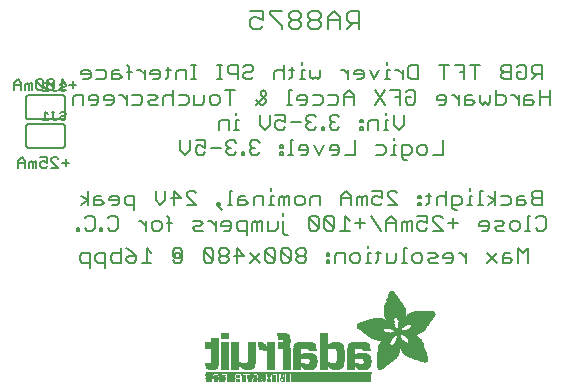
<source format=gbr>
G04 EAGLE Gerber RS-274X export*
G75*
%MOMM*%
%FSLAX34Y34*%
%LPD*%
%INSilkscreen Bottom*%
%IPPOS*%
%AMOC8*
5,1,8,0,0,1.08239X$1,22.5*%
G01*
%ADD10C,0.203200*%
%ADD11C,0.177800*%
%ADD12C,0.127000*%
%ADD13C,0.152400*%
%ADD14R,6.839700X0.016800*%
%ADD15R,0.268300X0.016800*%
%ADD16R,0.268200X0.016800*%
%ADD17R,0.251500X0.016800*%
%ADD18R,0.301800X0.016800*%
%ADD19R,0.251400X0.016800*%
%ADD20R,0.285000X0.016800*%
%ADD21R,0.301700X0.016800*%
%ADD22R,0.419100X0.016800*%
%ADD23R,0.318500X0.016800*%
%ADD24R,0.586700X0.016800*%
%ADD25R,0.586800X0.016800*%
%ADD26R,6.839700X0.016700*%
%ADD27R,0.268300X0.016700*%
%ADD28R,0.251400X0.016700*%
%ADD29R,0.251500X0.016700*%
%ADD30R,0.301800X0.016700*%
%ADD31R,0.285000X0.016700*%
%ADD32R,0.301700X0.016700*%
%ADD33R,0.419100X0.016700*%
%ADD34R,0.318500X0.016700*%
%ADD35R,0.586700X0.016700*%
%ADD36R,0.586800X0.016700*%
%ADD37R,0.318600X0.016800*%
%ADD38R,0.569900X0.016800*%
%ADD39R,0.335300X0.016800*%
%ADD40R,0.234700X0.016800*%
%ADD41R,0.234700X0.016700*%
%ADD42R,0.016700X0.016700*%
%ADD43R,0.318600X0.016700*%
%ADD44R,0.569900X0.016700*%
%ADD45R,0.335300X0.016700*%
%ADD46R,0.217900X0.016800*%
%ADD47R,0.033500X0.016800*%
%ADD48R,0.570000X0.016800*%
%ADD49R,0.201100X0.016700*%
%ADD50R,0.050300X0.016700*%
%ADD51R,0.670500X0.016700*%
%ADD52R,1.005800X0.016700*%
%ADD53R,0.570000X0.016700*%
%ADD54R,0.201100X0.016800*%
%ADD55R,0.067000X0.016800*%
%ADD56R,0.670500X0.016800*%
%ADD57R,1.005800X0.016800*%
%ADD58R,0.184400X0.016800*%
%ADD59R,0.989000X0.016800*%
%ADD60R,0.184400X0.016700*%
%ADD61R,0.067000X0.016700*%
%ADD62R,0.989000X0.016700*%
%ADD63R,0.167600X0.016800*%
%ADD64R,0.083800X0.016800*%
%ADD65R,0.637000X0.016800*%
%ADD66R,0.955500X0.016800*%
%ADD67R,0.150800X0.016800*%
%ADD68R,0.100600X0.016800*%
%ADD69R,0.536400X0.016800*%
%ADD70R,0.854900X0.016800*%
%ADD71R,0.150800X0.016700*%
%ADD72R,0.100600X0.016700*%
%ADD73R,0.352000X0.016700*%
%ADD74R,0.435900X0.016700*%
%ADD75R,0.402400X0.016700*%
%ADD76R,0.368800X0.016700*%
%ADD77R,0.134100X0.016800*%
%ADD78R,0.117300X0.016800*%
%ADD79R,0.435900X0.016800*%
%ADD80R,0.368900X0.016800*%
%ADD81R,0.603500X0.016800*%
%ADD82R,0.134100X0.016700*%
%ADD83R,0.117300X0.016700*%
%ADD84R,0.452600X0.016700*%
%ADD85R,0.620300X0.016700*%
%ADD86R,0.284900X0.016800*%
%ADD87R,0.486200X0.016800*%
%ADD88R,0.653800X0.016800*%
%ADD89R,0.804700X0.016800*%
%ADD90R,0.150900X0.016700*%
%ADD91R,0.268200X0.016700*%
%ADD92R,0.737600X0.016700*%
%ADD93R,0.603500X0.016700*%
%ADD94R,0.922000X0.016700*%
%ADD95R,0.150900X0.016800*%
%ADD96R,0.821400X0.016800*%
%ADD97R,0.972300X0.016800*%
%ADD98R,0.989100X0.016800*%
%ADD99R,0.083800X0.016700*%
%ADD100R,0.167600X0.016700*%
%ADD101R,0.821400X0.016700*%
%ADD102R,0.989100X0.016700*%
%ADD103R,0.201200X0.016700*%
%ADD104R,0.050300X0.016800*%
%ADD105R,0.201200X0.016800*%
%ADD106R,0.217900X0.016700*%
%ADD107R,0.284900X0.016700*%
%ADD108R,0.352100X0.016800*%
%ADD109R,0.620300X0.016800*%
%ADD110R,0.385600X0.016800*%
%ADD111R,0.335200X0.016800*%
%ADD112R,0.385600X0.016700*%
%ADD113R,0.687400X0.016700*%
%ADD114R,13.998000X0.016800*%
%ADD115R,13.998000X0.016700*%
%ADD116R,0.637000X0.016700*%
%ADD117R,0.486100X0.016700*%
%ADD118R,0.637100X0.016700*%
%ADD119R,0.519700X0.016700*%
%ADD120R,0.536500X0.016700*%
%ADD121R,0.787900X0.016800*%
%ADD122R,0.687400X0.016800*%
%ADD123R,0.771200X0.016800*%
%ADD124R,0.637100X0.016800*%
%ADD125R,0.720800X0.016800*%
%ADD126R,0.704100X0.016800*%
%ADD127R,0.754400X0.016800*%
%ADD128R,0.838200X0.016700*%
%ADD129R,0.871800X0.016700*%
%ADD130R,0.871700X0.016700*%
%ADD131R,0.402400X0.016800*%
%ADD132R,0.922100X0.016800*%
%ADD133R,0.938800X0.016800*%
%ADD134R,0.938800X0.016700*%
%ADD135R,1.022600X0.016700*%
%ADD136R,0.972400X0.016700*%
%ADD137R,0.972300X0.016700*%
%ADD138R,0.469400X0.016800*%
%ADD139R,1.072900X0.016800*%
%ADD140R,1.022600X0.016800*%
%ADD141R,1.005900X0.016800*%
%ADD142R,0.502900X0.016800*%
%ADD143R,1.123200X0.016800*%
%ADD144R,1.056200X0.016800*%
%ADD145R,1.123100X0.016800*%
%ADD146R,1.139900X0.016700*%
%ADD147R,1.089600X0.016700*%
%ADD148R,0.553200X0.016800*%
%ADD149R,1.190200X0.016800*%
%ADD150R,1.190300X0.016800*%
%ADD151R,1.039400X0.016800*%
%ADD152R,1.223700X0.016800*%
%ADD153R,1.173500X0.016800*%
%ADD154R,1.223800X0.016800*%
%ADD155R,1.240500X0.016700*%
%ADD156R,1.173500X0.016700*%
%ADD157R,1.240600X0.016700*%
%ADD158R,1.190300X0.016700*%
%ADD159R,1.056200X0.016700*%
%ADD160R,1.274100X0.016800*%
%ADD161R,1.274000X0.016800*%
%ADD162R,1.307600X0.016800*%
%ADD163R,1.257300X0.016800*%
%ADD164R,1.324400X0.016800*%
%ADD165R,0.687300X0.016700*%
%ADD166R,1.324400X0.016700*%
%ADD167R,1.307500X0.016700*%
%ADD168R,1.274100X0.016700*%
%ADD169R,1.072900X0.016700*%
%ADD170R,2.011600X0.016800*%
%ADD171R,1.324300X0.016800*%
%ADD172R,1.978100X0.016800*%
%ADD173R,2.011600X0.016700*%
%ADD174R,1.357900X0.016700*%
%ADD175R,1.994900X0.016700*%
%ADD176R,1.341200X0.016700*%
%ADD177R,1.089700X0.016700*%
%ADD178R,0.754300X0.016800*%
%ADD179R,1.994900X0.016800*%
%ADD180R,1.995000X0.016800*%
%ADD181R,1.089700X0.016800*%
%ADD182R,0.787900X0.016700*%
%ADD183R,1.995000X0.016700*%
%ADD184R,2.028400X0.016800*%
%ADD185R,2.011700X0.016800*%
%ADD186R,1.106500X0.016800*%
%ADD187R,2.028400X0.016700*%
%ADD188R,2.011700X0.016700*%
%ADD189R,1.106500X0.016700*%
%ADD190R,0.888400X0.016800*%
%ADD191R,0.922000X0.016800*%
%ADD192R,0.938700X0.016700*%
%ADD193R,2.045200X0.016800*%
%ADD194R,0.938700X0.016800*%
%ADD195R,0.670600X0.016700*%
%ADD196R,0.888500X0.016700*%
%ADD197R,2.045200X0.016700*%
%ADD198R,0.888400X0.016700*%
%ADD199R,0.804600X0.016800*%
%ADD200R,2.028500X0.016800*%
%ADD201R,1.056100X0.016700*%
%ADD202R,0.771100X0.016700*%
%ADD203R,0.754300X0.016700*%
%ADD204R,2.028500X0.016700*%
%ADD205R,0.737700X0.016700*%
%ADD206R,1.072800X0.016800*%
%ADD207R,0.871700X0.016800*%
%ADD208R,0.737600X0.016800*%
%ADD209R,0.871800X0.016800*%
%ADD210R,1.089600X0.016800*%
%ADD211R,0.704000X0.016800*%
%ADD212R,0.687300X0.016800*%
%ADD213R,0.670600X0.016800*%
%ADD214R,1.123100X0.016700*%
%ADD215R,0.720800X0.016700*%
%ADD216R,0.653700X0.016700*%
%ADD217R,0.653800X0.016700*%
%ADD218R,1.139900X0.016800*%
%ADD219R,1.173400X0.016800*%
%ADD220R,1.190200X0.016700*%
%ADD221R,1.207000X0.016800*%
%ADD222R,1.240500X0.016800*%
%ADD223R,0.469400X0.016700*%
%ADD224R,1.274000X0.016700*%
%ADD225R,0.519600X0.016800*%
%ADD226R,1.341100X0.016800*%
%ADD227R,0.771200X0.016700*%
%ADD228R,1.374600X0.016700*%
%ADD229R,0.838200X0.016800*%
%ADD230R,1.391400X0.016800*%
%ADD231R,1.424900X0.016800*%
%ADD232R,1.441700X0.016700*%
%ADD233R,1.475200X0.016800*%
%ADD234R,1.491900X0.016700*%
%ADD235R,1.525500X0.016800*%
%ADD236R,1.559000X0.016700*%
%ADD237R,1.575800X0.016800*%
%ADD238R,1.307600X0.016700*%
%ADD239R,1.592500X0.016700*%
%ADD240R,1.374700X0.016800*%
%ADD241R,1.609300X0.016800*%
%ADD242R,1.408200X0.016800*%
%ADD243R,1.626100X0.016800*%
%ADD244R,1.626100X0.016700*%
%ADD245R,1.508800X0.016800*%
%ADD246R,1.659600X0.016800*%
%ADD247R,1.559000X0.016800*%
%ADD248R,1.676400X0.016800*%
%ADD249R,1.575800X0.016700*%
%ADD250R,1.676400X0.016700*%
%ADD251R,1.978100X0.016700*%
%ADD252R,1.693100X0.016800*%
%ADD253R,1.642800X0.016800*%
%ADD254R,1.709900X0.016800*%
%ADD255R,1.961300X0.016800*%
%ADD256R,1.726600X0.016700*%
%ADD257R,1.961300X0.016700*%
%ADD258R,1.693200X0.016800*%
%ADD259R,1.726600X0.016800*%
%ADD260R,1.944600X0.016800*%
%ADD261R,1.726700X0.016700*%
%ADD262R,1.743400X0.016700*%
%ADD263R,1.944600X0.016700*%
%ADD264R,1.726700X0.016800*%
%ADD265R,1.760200X0.016800*%
%ADD266R,1.927800X0.016800*%
%ADD267R,1.911000X0.016800*%
%ADD268R,1.793700X0.016700*%
%ADD269R,1.776900X0.016700*%
%ADD270R,1.911100X0.016700*%
%ADD271R,1.894300X0.016700*%
%ADD272R,1.793800X0.016800*%
%ADD273R,1.776900X0.016800*%
%ADD274R,1.911100X0.016800*%
%ADD275R,1.894300X0.016800*%
%ADD276R,1.827300X0.016800*%
%ADD277R,1.810500X0.016800*%
%ADD278R,1.877500X0.016800*%
%ADD279R,1.844100X0.016700*%
%ADD280R,1.810500X0.016700*%
%ADD281R,1.860800X0.016700*%
%ADD282R,1.844000X0.016700*%
%ADD283R,1.860900X0.016800*%
%ADD284R,1.844000X0.016800*%
%ADD285R,1.827200X0.016800*%
%ADD286R,1.860800X0.016800*%
%ADD287R,1.793700X0.016800*%
%ADD288R,1.877600X0.016700*%
%ADD289R,1.827200X0.016700*%
%ADD290R,1.927800X0.016700*%
%ADD291R,1.927900X0.016800*%
%ADD292R,1.944700X0.016700*%
%ADD293R,1.877500X0.016700*%
%ADD294R,1.961400X0.016800*%
%ADD295R,1.961400X0.016700*%
%ADD296R,1.978200X0.016800*%
%ADD297R,1.911000X0.016700*%
%ADD298R,0.620200X0.016800*%
%ADD299R,1.425000X0.016800*%
%ADD300R,0.620200X0.016700*%
%ADD301R,1.425000X0.016700*%
%ADD302R,0.653700X0.016800*%
%ADD303R,0.704100X0.016700*%
%ADD304R,0.804700X0.016700*%
%ADD305R,0.905200X0.016800*%
%ADD306R,1.894400X0.016800*%
%ADD307R,1.927900X0.016700*%
%ADD308R,1.877600X0.016800*%
%ADD309R,3.889300X0.016800*%
%ADD310R,3.872500X0.016700*%
%ADD311R,3.872500X0.016800*%
%ADD312R,3.855700X0.016700*%
%ADD313R,0.754400X0.016700*%
%ADD314R,3.855700X0.016800*%
%ADD315R,3.839000X0.016800*%
%ADD316R,0.720900X0.016800*%
%ADD317R,3.822200X0.016700*%
%ADD318R,2.715700X0.016800*%
%ADD319R,2.632000X0.016800*%
%ADD320R,1.290800X0.016800*%
%ADD321R,2.615200X0.016700*%
%ADD322R,1.257300X0.016700*%
%ADD323R,2.581700X0.016800*%
%ADD324R,1.240600X0.016800*%
%ADD325R,2.564900X0.016800*%
%ADD326R,1.760300X0.016800*%
%ADD327R,2.531400X0.016700*%
%ADD328R,1.156700X0.016700*%
%ADD329R,2.514600X0.016800*%
%ADD330R,0.955600X0.016800*%
%ADD331R,2.497800X0.016800*%
%ADD332R,1.659700X0.016800*%
%ADD333R,2.464300X0.016700*%
%ADD334R,1.039300X0.016700*%
%ADD335R,2.447500X0.016800*%
%ADD336R,1.592500X0.016800*%
%ADD337R,0.536500X0.016800*%
%ADD338R,2.430800X0.016700*%
%ADD339R,1.559100X0.016700*%
%ADD340R,1.542300X0.016700*%
%ADD341R,0.502900X0.016700*%
%ADD342R,2.414000X0.016800*%
%ADD343R,0.905300X0.016800*%
%ADD344R,1.508700X0.016800*%
%ADD345R,0.888500X0.016800*%
%ADD346R,2.397300X0.016800*%
%ADD347R,1.441700X0.016800*%
%ADD348R,0.452700X0.016800*%
%ADD349R,1.290900X0.016700*%
%ADD350R,1.156700X0.016800*%
%ADD351R,0.855000X0.016800*%
%ADD352R,1.123200X0.016700*%
%ADD353R,0.720900X0.016700*%
%ADD354R,1.106400X0.016800*%
%ADD355R,1.106400X0.016700*%
%ADD356R,0.771100X0.016800*%
%ADD357R,0.435800X0.016700*%
%ADD358R,1.592600X0.016700*%
%ADD359R,0.435800X0.016800*%
%ADD360R,1.642900X0.016800*%
%ADD361R,0.402300X0.016800*%
%ADD362R,1.793800X0.016700*%
%ADD363R,0.368800X0.016800*%
%ADD364R,1.056100X0.016800*%
%ADD365R,1.039400X0.016700*%
%ADD366R,2.078800X0.016800*%
%ADD367R,0.335200X0.016700*%
%ADD368R,2.145800X0.016700*%
%ADD369R,2.162600X0.016800*%
%ADD370R,0.352000X0.016800*%
%ADD371R,2.212800X0.016800*%
%ADD372R,2.279900X0.016700*%
%ADD373R,2.330200X0.016800*%
%ADD374R,2.799500X0.016800*%
%ADD375R,2.816300X0.016700*%
%ADD376R,0.955500X0.016700*%
%ADD377R,2.849900X0.016800*%
%ADD378R,2.916900X0.016800*%
%ADD379R,4.224500X0.016700*%
%ADD380R,4.291600X0.016800*%
%ADD381R,4.409000X0.016800*%
%ADD382R,4.509500X0.016700*%
%ADD383R,4.526300X0.016800*%
%ADD384R,4.626800X0.016700*%
%ADD385R,4.693900X0.016800*%
%ADD386R,4.727400X0.016800*%
%ADD387R,2.548200X0.016700*%
%ADD388R,2.179300X0.016700*%
%ADD389R,2.430800X0.016800*%
%ADD390R,2.414000X0.016700*%
%ADD391R,2.414100X0.016800*%
%ADD392R,2.430700X0.016700*%
%ADD393R,2.447600X0.016700*%
%ADD394R,1.559100X0.016800*%
%ADD395R,1.525500X0.016700*%
%ADD396R,1.492000X0.016800*%
%ADD397R,1.491900X0.016800*%
%ADD398R,1.458500X0.016700*%
%ADD399R,2.061900X0.016800*%
%ADD400R,1.408100X0.016700*%
%ADD401R,0.905200X0.016700*%
%ADD402R,2.112300X0.016700*%
%ADD403R,2.179300X0.016800*%
%ADD404R,1.408200X0.016700*%
%ADD405R,2.212900X0.016700*%
%ADD406R,1.140000X0.016800*%
%ADD407R,3.319300X0.016800*%
%ADD408R,1.374700X0.016700*%
%ADD409R,0.402300X0.016700*%
%ADD410R,3.302500X0.016700*%
%ADD411R,3.285700X0.016800*%
%ADD412R,1.357900X0.016800*%
%ADD413R,3.269000X0.016800*%
%ADD414R,3.285800X0.016700*%
%ADD415R,3.268900X0.016800*%
%ADD416R,0.452700X0.016700*%
%ADD417R,3.268900X0.016700*%
%ADD418R,1.391400X0.016700*%
%ADD419R,3.269000X0.016700*%
%ADD420R,1.374600X0.016800*%
%ADD421R,0.519700X0.016800*%
%ADD422R,3.252200X0.016800*%
%ADD423R,3.235400X0.016800*%
%ADD424R,3.235400X0.016700*%
%ADD425R,3.218600X0.016800*%
%ADD426R,3.201900X0.016800*%
%ADD427R,3.201900X0.016700*%
%ADD428R,1.458500X0.016800*%
%ADD429R,1.525600X0.016800*%
%ADD430R,3.185100X0.016800*%
%ADD431R,2.531300X0.016700*%
%ADD432R,3.168400X0.016700*%
%ADD433R,2.531300X0.016800*%
%ADD434R,3.151600X0.016800*%
%ADD435R,2.548100X0.016800*%
%ADD436R,3.134900X0.016800*%
%ADD437R,2.564900X0.016700*%
%ADD438R,3.118100X0.016700*%
%ADD439R,2.581600X0.016800*%
%ADD440R,3.101400X0.016800*%
%ADD441R,2.598400X0.016700*%
%ADD442R,3.067900X0.016700*%
%ADD443R,2.598400X0.016800*%
%ADD444R,3.034300X0.016800*%
%ADD445R,2.615100X0.016800*%
%ADD446R,3.000800X0.016800*%
%ADD447R,2.631900X0.016700*%
%ADD448R,2.950500X0.016700*%
%ADD449R,2.648700X0.016800*%
%ADD450R,2.900200X0.016800*%
%ADD451R,2.665500X0.016800*%
%ADD452R,2.682200X0.016700*%
%ADD453R,2.799600X0.016700*%
%ADD454R,2.699000X0.016800*%
%ADD455R,2.732500X0.016800*%
%ADD456R,2.749300X0.016700*%
%ADD457R,2.632000X0.016700*%
%ADD458R,2.749300X0.016800*%
%ADD459R,2.766100X0.016700*%
%ADD460R,2.766100X0.016800*%
%ADD461R,2.481100X0.016800*%
%ADD462R,2.782900X0.016800*%
%ADD463R,2.380500X0.016700*%
%ADD464R,2.833100X0.016800*%
%ADD465R,1.592600X0.016800*%
%ADD466R,2.849900X0.016700*%
%ADD467R,2.883400X0.016800*%
%ADD468R,2.917000X0.016700*%
%ADD469R,2.933700X0.016800*%
%ADD470R,2.967200X0.016800*%
%ADD471R,2.967200X0.016700*%
%ADD472R,3.017500X0.016700*%
%ADD473R,3.051000X0.016800*%
%ADD474R,0.788000X0.016800*%
%ADD475R,3.084600X0.016800*%
%ADD476R,2.397300X0.016700*%
%ADD477R,2.397200X0.016800*%
%ADD478R,1.760200X0.016700*%
%ADD479R,2.397200X0.016700*%
%ADD480R,1.827300X0.016700*%
%ADD481R,2.380500X0.016800*%
%ADD482R,2.363700X0.016800*%
%ADD483R,2.363700X0.016700*%
%ADD484R,2.346900X0.016800*%
%ADD485R,2.296600X0.016700*%
%ADD486R,2.279900X0.016800*%
%ADD487R,2.246300X0.016800*%
%ADD488R,2.229600X0.016700*%
%ADD489R,2.129100X0.016800*%
%ADD490R,2.112300X0.016800*%
%ADD491R,1.609300X0.016700*%
%ADD492R,1.743400X0.016800*%
%ADD493R,1.693100X0.016700*%
%ADD494R,1.659700X0.016700*%
%ADD495R,1.575900X0.016800*%
%ADD496R,1.575900X0.016700*%
%ADD497R,1.475200X0.016700*%
%ADD498R,1.324300X0.016700*%
%ADD499R,1.290800X0.016700*%
%ADD500R,1.207000X0.016700*%
%ADD501R,0.854900X0.016700*%
%ADD502R,0.821500X0.016700*%
%ADD503R,0.821500X0.016800*%
%ADD504R,0.218000X0.016800*%


D10*
X293624Y341376D02*
X293624Y357137D01*
X285743Y357137D01*
X283116Y354511D01*
X283116Y349257D01*
X285743Y346630D01*
X293624Y346630D01*
X288370Y346630D02*
X283116Y341376D01*
X277252Y341376D02*
X277252Y351884D01*
X271999Y357137D01*
X266745Y351884D01*
X266745Y341376D01*
X266745Y349257D02*
X277252Y349257D01*
X260881Y354511D02*
X258254Y357137D01*
X253000Y357137D01*
X250373Y354511D01*
X250373Y351884D01*
X253000Y349257D01*
X250373Y346630D01*
X250373Y344003D01*
X253000Y341376D01*
X258254Y341376D01*
X260881Y344003D01*
X260881Y346630D01*
X258254Y349257D01*
X260881Y351884D01*
X260881Y354511D01*
X258254Y349257D02*
X253000Y349257D01*
X244509Y354511D02*
X241882Y357137D01*
X236629Y357137D01*
X234002Y354511D01*
X234002Y351884D01*
X236629Y349257D01*
X234002Y346630D01*
X234002Y344003D01*
X236629Y341376D01*
X241882Y341376D01*
X244509Y344003D01*
X244509Y346630D01*
X241882Y349257D01*
X244509Y351884D01*
X244509Y354511D01*
X241882Y349257D02*
X236629Y349257D01*
X228138Y357137D02*
X217630Y357137D01*
X217630Y354511D01*
X228138Y344003D01*
X228138Y341376D01*
X211766Y357137D02*
X201259Y357137D01*
X211766Y357137D02*
X211766Y349257D01*
X206512Y351884D01*
X203885Y351884D01*
X201259Y349257D01*
X201259Y344003D01*
X203885Y341376D01*
X209139Y341376D01*
X211766Y344003D01*
D11*
X448122Y311542D02*
X448122Y299085D01*
X448122Y311542D02*
X441893Y311542D01*
X439817Y309466D01*
X439817Y305313D01*
X441893Y303237D01*
X448122Y303237D01*
X443969Y303237D02*
X439817Y299085D01*
X428796Y311542D02*
X426720Y309466D01*
X428796Y311542D02*
X432948Y311542D01*
X435024Y309466D01*
X435024Y301161D01*
X432948Y299085D01*
X428796Y299085D01*
X426720Y301161D01*
X426720Y305313D01*
X430872Y305313D01*
X421927Y299085D02*
X421927Y311542D01*
X415699Y311542D01*
X413623Y309466D01*
X413623Y307389D01*
X415699Y305313D01*
X413623Y303237D01*
X413623Y301161D01*
X415699Y299085D01*
X421927Y299085D01*
X421927Y305313D02*
X415699Y305313D01*
X391580Y299085D02*
X391580Y311542D01*
X387428Y311542D02*
X395733Y311542D01*
X382635Y311542D02*
X382635Y299085D01*
X382635Y311542D02*
X374331Y311542D01*
X378483Y305313D02*
X382635Y305313D01*
X365386Y299085D02*
X365386Y311542D01*
X369538Y311542D02*
X361234Y311542D01*
X343344Y311542D02*
X343344Y299085D01*
X337115Y299085D01*
X335039Y301161D01*
X335039Y309466D01*
X337115Y311542D01*
X343344Y311542D01*
X330246Y307389D02*
X330246Y299085D01*
X330246Y303237D02*
X326094Y307389D01*
X324018Y307389D01*
X319332Y307389D02*
X317256Y307389D01*
X317256Y299085D01*
X319332Y299085D02*
X315180Y299085D01*
X317256Y311542D02*
X317256Y313618D01*
X310600Y307389D02*
X306448Y299085D01*
X302296Y307389D01*
X295427Y299085D02*
X291275Y299085D01*
X295427Y299085D02*
X297503Y301161D01*
X297503Y305313D01*
X295427Y307389D01*
X291275Y307389D01*
X289199Y305313D01*
X289199Y303237D01*
X297503Y303237D01*
X284406Y299085D02*
X284406Y307389D01*
X284406Y303237D02*
X280254Y307389D01*
X278178Y307389D01*
X260394Y307389D02*
X260394Y301161D01*
X258318Y299085D01*
X256242Y301161D01*
X254166Y299085D01*
X252090Y301161D01*
X252090Y307389D01*
X247297Y307389D02*
X245221Y307389D01*
X245221Y299085D01*
X247297Y299085D02*
X243145Y299085D01*
X245221Y311542D02*
X245221Y313618D01*
X236489Y309466D02*
X236489Y301161D01*
X234413Y299085D01*
X234413Y307389D02*
X238566Y307389D01*
X229834Y311542D02*
X229834Y299085D01*
X229834Y305313D02*
X227758Y307389D01*
X223606Y307389D01*
X221530Y305313D01*
X221530Y299085D01*
X197411Y311542D02*
X195335Y309466D01*
X197411Y311542D02*
X201563Y311542D01*
X203640Y309466D01*
X203640Y307389D01*
X201563Y305313D01*
X197411Y305313D01*
X195335Y303237D01*
X195335Y301161D01*
X197411Y299085D01*
X201563Y299085D01*
X203640Y301161D01*
X190542Y299085D02*
X190542Y311542D01*
X184314Y311542D01*
X182238Y309466D01*
X182238Y305313D01*
X184314Y303237D01*
X190542Y303237D01*
X177445Y299085D02*
X173293Y299085D01*
X175369Y299085D02*
X175369Y311542D01*
X177445Y311542D02*
X173293Y311542D01*
X155616Y299085D02*
X151464Y299085D01*
X153540Y299085D02*
X153540Y311542D01*
X155616Y311542D02*
X151464Y311542D01*
X146885Y307389D02*
X146885Y299085D01*
X146885Y307389D02*
X140657Y307389D01*
X138580Y305313D01*
X138580Y299085D01*
X131711Y301161D02*
X131711Y309466D01*
X131711Y301161D02*
X129635Y299085D01*
X129635Y307389D02*
X133788Y307389D01*
X122980Y299085D02*
X118828Y299085D01*
X122980Y299085D02*
X125056Y301161D01*
X125056Y305313D01*
X122980Y307389D01*
X118828Y307389D01*
X116752Y305313D01*
X116752Y303237D01*
X125056Y303237D01*
X111959Y299085D02*
X111959Y307389D01*
X111959Y303237D02*
X107807Y307389D01*
X105731Y307389D01*
X98968Y309466D02*
X98968Y299085D01*
X98968Y309466D02*
X96892Y311542D01*
X96892Y305313D02*
X101044Y305313D01*
X90237Y307389D02*
X86085Y307389D01*
X84009Y305313D01*
X84009Y299085D01*
X90237Y299085D01*
X92313Y301161D01*
X90237Y303237D01*
X84009Y303237D01*
X77140Y307389D02*
X70911Y307389D01*
X77140Y307389D02*
X79216Y305313D01*
X79216Y301161D01*
X77140Y299085D01*
X70911Y299085D01*
X64042Y299085D02*
X59890Y299085D01*
X64042Y299085D02*
X66118Y301161D01*
X66118Y305313D01*
X64042Y307389D01*
X59890Y307389D01*
X57814Y305313D01*
X57814Y303237D01*
X66118Y303237D01*
X454670Y290206D02*
X454670Y277749D01*
X454670Y283977D02*
X446366Y283977D01*
X446366Y277749D02*
X446366Y290206D01*
X439497Y286053D02*
X435345Y286053D01*
X433269Y283977D01*
X433269Y277749D01*
X439497Y277749D01*
X441573Y279825D01*
X439497Y281901D01*
X433269Y281901D01*
X428476Y277749D02*
X428476Y286053D01*
X428476Y281901D02*
X424324Y286053D01*
X422247Y286053D01*
X409257Y290206D02*
X409257Y277749D01*
X415485Y277749D01*
X417561Y279825D01*
X417561Y283977D01*
X415485Y286053D01*
X409257Y286053D01*
X404464Y286053D02*
X404464Y279825D01*
X402388Y277749D01*
X400312Y279825D01*
X398236Y277749D01*
X396160Y279825D01*
X396160Y286053D01*
X389291Y286053D02*
X385139Y286053D01*
X383062Y283977D01*
X383062Y277749D01*
X389291Y277749D01*
X391367Y279825D01*
X389291Y281901D01*
X383062Y281901D01*
X378270Y277749D02*
X378270Y286053D01*
X378270Y281901D02*
X374117Y286053D01*
X372041Y286053D01*
X365279Y277749D02*
X361127Y277749D01*
X365279Y277749D02*
X367355Y279825D01*
X367355Y283977D01*
X365279Y286053D01*
X361127Y286053D01*
X359051Y283977D01*
X359051Y281901D01*
X367355Y281901D01*
X334932Y290206D02*
X332856Y288130D01*
X334932Y290206D02*
X339085Y290206D01*
X341161Y288130D01*
X341161Y279825D01*
X339085Y277749D01*
X334932Y277749D01*
X332856Y279825D01*
X332856Y283977D01*
X337009Y283977D01*
X328063Y277749D02*
X328063Y290206D01*
X319759Y290206D01*
X323911Y283977D02*
X328063Y283977D01*
X314966Y290206D02*
X306662Y277749D01*
X314966Y277749D02*
X306662Y290206D01*
X288772Y286053D02*
X288772Y277749D01*
X288772Y286053D02*
X284620Y290206D01*
X280467Y286053D01*
X280467Y277749D01*
X280467Y283977D02*
X288772Y283977D01*
X273598Y286053D02*
X267370Y286053D01*
X273598Y286053D02*
X275674Y283977D01*
X275674Y279825D01*
X273598Y277749D01*
X267370Y277749D01*
X260501Y286053D02*
X254273Y286053D01*
X260501Y286053D02*
X262577Y283977D01*
X262577Y279825D01*
X260501Y277749D01*
X254273Y277749D01*
X247404Y277749D02*
X243252Y277749D01*
X247404Y277749D02*
X249480Y279825D01*
X249480Y283977D01*
X247404Y286053D01*
X243252Y286053D01*
X241176Y283977D01*
X241176Y281901D01*
X249480Y281901D01*
X236383Y290206D02*
X234307Y290206D01*
X234307Y277749D01*
X236383Y277749D02*
X232231Y277749D01*
X210402Y277749D02*
X206250Y281901D01*
X210402Y277749D02*
X212478Y277749D01*
X214554Y279825D01*
X214554Y281901D01*
X210402Y286053D01*
X210402Y288130D01*
X212478Y290206D01*
X214554Y288130D01*
X214554Y286053D01*
X206250Y277749D01*
X184207Y277749D02*
X184207Y290206D01*
X188359Y290206D02*
X180055Y290206D01*
X173186Y277749D02*
X169034Y277749D01*
X166958Y279825D01*
X166958Y283977D01*
X169034Y286053D01*
X173186Y286053D01*
X175262Y283977D01*
X175262Y279825D01*
X173186Y277749D01*
X162165Y279825D02*
X162165Y286053D01*
X162165Y279825D02*
X160089Y277749D01*
X153861Y277749D01*
X153861Y286053D01*
X146992Y286053D02*
X140763Y286053D01*
X146992Y286053D02*
X149068Y283977D01*
X149068Y279825D01*
X146992Y277749D01*
X140763Y277749D01*
X135970Y277749D02*
X135970Y290206D01*
X133894Y286053D02*
X135970Y283977D01*
X133894Y286053D02*
X129742Y286053D01*
X127666Y283977D01*
X127666Y277749D01*
X122873Y277749D02*
X116645Y277749D01*
X114569Y279825D01*
X116645Y281901D01*
X120797Y281901D01*
X122873Y283977D01*
X120797Y286053D01*
X114569Y286053D01*
X107700Y286053D02*
X101472Y286053D01*
X107700Y286053D02*
X109776Y283977D01*
X109776Y279825D01*
X107700Y277749D01*
X101472Y277749D01*
X96679Y277749D02*
X96679Y286053D01*
X96679Y281901D02*
X92527Y286053D01*
X90450Y286053D01*
X83688Y277749D02*
X79536Y277749D01*
X83688Y277749D02*
X85764Y279825D01*
X85764Y283977D01*
X83688Y286053D01*
X79536Y286053D01*
X77460Y283977D01*
X77460Y281901D01*
X85764Y281901D01*
X70591Y277749D02*
X66439Y277749D01*
X70591Y277749D02*
X72667Y279825D01*
X72667Y283977D01*
X70591Y286053D01*
X66439Y286053D01*
X64363Y283977D01*
X64363Y281901D01*
X72667Y281901D01*
X59570Y277749D02*
X59570Y286053D01*
X53342Y286053D01*
X51265Y283977D01*
X51265Y277749D01*
X331338Y268870D02*
X331338Y260565D01*
X327185Y256413D01*
X323033Y260565D01*
X323033Y268870D01*
X318240Y264717D02*
X316164Y264717D01*
X316164Y256413D01*
X318240Y256413D02*
X314088Y256413D01*
X316164Y268870D02*
X316164Y270946D01*
X309509Y264717D02*
X309509Y256413D01*
X309509Y264717D02*
X303280Y264717D01*
X301204Y262641D01*
X301204Y256413D01*
X296412Y264717D02*
X294335Y264717D01*
X294335Y262641D01*
X296412Y262641D01*
X296412Y264717D01*
X296412Y258489D02*
X294335Y258489D01*
X294335Y256413D01*
X296412Y256413D01*
X296412Y258489D01*
X276766Y266794D02*
X274690Y268870D01*
X270537Y268870D01*
X268461Y266794D01*
X268461Y264717D01*
X270537Y262641D01*
X272613Y262641D01*
X270537Y262641D02*
X268461Y260565D01*
X268461Y258489D01*
X270537Y256413D01*
X274690Y256413D01*
X276766Y258489D01*
X263668Y258489D02*
X263668Y256413D01*
X263668Y258489D02*
X261592Y258489D01*
X261592Y256413D01*
X263668Y256413D01*
X257120Y266794D02*
X255044Y268870D01*
X250891Y268870D01*
X248815Y266794D01*
X248815Y264717D01*
X250891Y262641D01*
X252968Y262641D01*
X250891Y262641D02*
X248815Y260565D01*
X248815Y258489D01*
X250891Y256413D01*
X255044Y256413D01*
X257120Y258489D01*
X244023Y262641D02*
X235718Y262641D01*
X230925Y268870D02*
X222621Y268870D01*
X230925Y268870D02*
X230925Y262641D01*
X226773Y264717D01*
X224697Y264717D01*
X222621Y262641D01*
X222621Y258489D01*
X224697Y256413D01*
X228849Y256413D01*
X230925Y258489D01*
X217828Y260565D02*
X217828Y268870D01*
X217828Y260565D02*
X213676Y256413D01*
X209524Y260565D01*
X209524Y268870D01*
X191634Y264717D02*
X189557Y264717D01*
X189557Y256413D01*
X187481Y256413D02*
X191634Y256413D01*
X189557Y268870D02*
X189557Y270946D01*
X182902Y264717D02*
X182902Y256413D01*
X182902Y264717D02*
X176674Y264717D01*
X174598Y262641D01*
X174598Y256413D01*
X364081Y247534D02*
X364081Y235077D01*
X355776Y235077D01*
X348907Y235077D02*
X344755Y235077D01*
X342679Y237153D01*
X342679Y241305D01*
X344755Y243381D01*
X348907Y243381D01*
X350983Y241305D01*
X350983Y237153D01*
X348907Y235077D01*
X333734Y230925D02*
X331658Y230925D01*
X329582Y233001D01*
X329582Y243381D01*
X335810Y243381D01*
X337886Y241305D01*
X337886Y237153D01*
X335810Y235077D01*
X329582Y235077D01*
X324789Y243381D02*
X322713Y243381D01*
X322713Y235077D01*
X324789Y235077D02*
X320637Y235077D01*
X322713Y247534D02*
X322713Y249610D01*
X313981Y243381D02*
X307753Y243381D01*
X313981Y243381D02*
X316057Y241305D01*
X316057Y237153D01*
X313981Y235077D01*
X307753Y235077D01*
X289863Y235077D02*
X289863Y247534D01*
X289863Y235077D02*
X281559Y235077D01*
X274690Y235077D02*
X270537Y235077D01*
X274690Y235077D02*
X276766Y237153D01*
X276766Y241305D01*
X274690Y243381D01*
X270537Y243381D01*
X268461Y241305D01*
X268461Y239229D01*
X276766Y239229D01*
X263668Y243381D02*
X259516Y235077D01*
X255364Y243381D01*
X248495Y235077D02*
X244343Y235077D01*
X248495Y235077D02*
X250571Y237153D01*
X250571Y241305D01*
X248495Y243381D01*
X244343Y243381D01*
X242267Y241305D01*
X242267Y239229D01*
X250571Y239229D01*
X237474Y247534D02*
X235398Y247534D01*
X235398Y235077D01*
X237474Y235077D02*
X233322Y235077D01*
X228742Y243381D02*
X226666Y243381D01*
X226666Y241305D01*
X228742Y241305D01*
X228742Y243381D01*
X228742Y237153D02*
X226666Y237153D01*
X226666Y235077D01*
X228742Y235077D01*
X228742Y237153D01*
X209097Y245458D02*
X207021Y247534D01*
X202868Y247534D01*
X200792Y245458D01*
X200792Y243381D01*
X202868Y241305D01*
X204944Y241305D01*
X202868Y241305D02*
X200792Y239229D01*
X200792Y237153D01*
X202868Y235077D01*
X207021Y235077D01*
X209097Y237153D01*
X195999Y237153D02*
X195999Y235077D01*
X195999Y237153D02*
X193923Y237153D01*
X193923Y235077D01*
X195999Y235077D01*
X189451Y245458D02*
X187375Y247534D01*
X183222Y247534D01*
X181146Y245458D01*
X181146Y243381D01*
X183222Y241305D01*
X185299Y241305D01*
X183222Y241305D02*
X181146Y239229D01*
X181146Y237153D01*
X183222Y235077D01*
X187375Y235077D01*
X189451Y237153D01*
X176353Y241305D02*
X168049Y241305D01*
X163256Y247534D02*
X154952Y247534D01*
X163256Y247534D02*
X163256Y241305D01*
X159104Y243381D01*
X157028Y243381D01*
X154952Y241305D01*
X154952Y237153D01*
X157028Y235077D01*
X161180Y235077D01*
X163256Y237153D01*
X150159Y239229D02*
X150159Y247534D01*
X150159Y239229D02*
X146007Y235077D01*
X141855Y239229D01*
X141855Y247534D01*
X448122Y204862D02*
X448122Y192405D01*
X448122Y204862D02*
X441893Y204862D01*
X439817Y202786D01*
X439817Y200709D01*
X441893Y198633D01*
X439817Y196557D01*
X439817Y194481D01*
X441893Y192405D01*
X448122Y192405D01*
X448122Y198633D02*
X441893Y198633D01*
X432948Y200709D02*
X428796Y200709D01*
X426720Y198633D01*
X426720Y192405D01*
X432948Y192405D01*
X435024Y194481D01*
X432948Y196557D01*
X426720Y196557D01*
X419851Y200709D02*
X413623Y200709D01*
X419851Y200709D02*
X421927Y198633D01*
X421927Y194481D01*
X419851Y192405D01*
X413623Y192405D01*
X408830Y192405D02*
X408830Y204862D01*
X408830Y196557D02*
X402602Y192405D01*
X408830Y196557D02*
X402602Y200709D01*
X397915Y204862D02*
X395839Y204862D01*
X395839Y192405D01*
X397915Y192405D02*
X393763Y192405D01*
X389184Y200709D02*
X387108Y200709D01*
X387108Y192405D01*
X389184Y192405D02*
X385032Y192405D01*
X387108Y204862D02*
X387108Y206938D01*
X376300Y188253D02*
X374224Y188253D01*
X372148Y190329D01*
X372148Y200709D01*
X378376Y200709D01*
X380452Y198633D01*
X380452Y194481D01*
X378376Y192405D01*
X372148Y192405D01*
X367355Y192405D02*
X367355Y204862D01*
X365279Y200709D02*
X367355Y198633D01*
X365279Y200709D02*
X361127Y200709D01*
X359051Y198633D01*
X359051Y192405D01*
X352182Y194481D02*
X352182Y202786D01*
X352182Y194481D02*
X350106Y192405D01*
X350106Y200709D02*
X354258Y200709D01*
X345526Y200709D02*
X343450Y200709D01*
X343450Y198633D01*
X345526Y198633D01*
X345526Y200709D01*
X345526Y194481D02*
X343450Y194481D01*
X343450Y192405D01*
X345526Y192405D01*
X345526Y194481D01*
X325881Y192405D02*
X317576Y192405D01*
X317576Y200709D02*
X325881Y192405D01*
X317576Y200709D02*
X317576Y202786D01*
X319652Y204862D01*
X323804Y204862D01*
X325881Y202786D01*
X312783Y204862D02*
X304479Y204862D01*
X312783Y204862D02*
X312783Y198633D01*
X308631Y200709D01*
X306555Y200709D01*
X304479Y198633D01*
X304479Y194481D01*
X306555Y192405D01*
X310707Y192405D01*
X312783Y194481D01*
X299686Y192405D02*
X299686Y200709D01*
X297610Y200709D01*
X295534Y198633D01*
X295534Y192405D01*
X295534Y198633D02*
X293458Y200709D01*
X291382Y198633D01*
X291382Y192405D01*
X286589Y192405D02*
X286589Y200709D01*
X282437Y204862D01*
X278284Y200709D01*
X278284Y192405D01*
X278284Y198633D02*
X286589Y198633D01*
X260394Y200709D02*
X260394Y192405D01*
X260394Y200709D02*
X254166Y200709D01*
X252090Y198633D01*
X252090Y192405D01*
X245221Y192405D02*
X241069Y192405D01*
X238993Y194481D01*
X238993Y198633D01*
X241069Y200709D01*
X245221Y200709D01*
X247297Y198633D01*
X247297Y194481D01*
X245221Y192405D01*
X234200Y192405D02*
X234200Y200709D01*
X232124Y200709D01*
X230048Y198633D01*
X230048Y192405D01*
X230048Y198633D02*
X227972Y200709D01*
X225895Y198633D01*
X225895Y192405D01*
X221103Y200709D02*
X219026Y200709D01*
X219026Y192405D01*
X216950Y192405D02*
X221103Y192405D01*
X219026Y204862D02*
X219026Y206938D01*
X212371Y200709D02*
X212371Y192405D01*
X212371Y200709D02*
X206143Y200709D01*
X204067Y198633D01*
X204067Y192405D01*
X197198Y200709D02*
X193046Y200709D01*
X190969Y198633D01*
X190969Y192405D01*
X197198Y192405D01*
X199274Y194481D01*
X197198Y196557D01*
X190969Y196557D01*
X186177Y204862D02*
X184100Y204862D01*
X184100Y192405D01*
X182024Y192405D02*
X186177Y192405D01*
X177445Y188253D02*
X173293Y192405D01*
X173293Y194481D01*
X175369Y194481D01*
X175369Y192405D01*
X173293Y192405D01*
X155616Y192405D02*
X147312Y192405D01*
X155616Y192405D02*
X147312Y200709D01*
X147312Y202786D01*
X149388Y204862D01*
X153540Y204862D01*
X155616Y202786D01*
X136291Y204862D02*
X136291Y192405D01*
X142519Y198633D02*
X136291Y204862D01*
X134215Y198633D02*
X142519Y198633D01*
X129422Y196557D02*
X129422Y204862D01*
X129422Y196557D02*
X125270Y192405D01*
X121117Y196557D01*
X121117Y204862D01*
X103227Y200709D02*
X103227Y188253D01*
X103227Y200709D02*
X96999Y200709D01*
X94923Y198633D01*
X94923Y194481D01*
X96999Y192405D01*
X103227Y192405D01*
X88054Y192405D02*
X83902Y192405D01*
X88054Y192405D02*
X90130Y194481D01*
X90130Y198633D01*
X88054Y200709D01*
X83902Y200709D01*
X81826Y198633D01*
X81826Y196557D01*
X90130Y196557D01*
X74957Y200709D02*
X70805Y200709D01*
X68728Y198633D01*
X68728Y192405D01*
X74957Y192405D01*
X77033Y194481D01*
X74957Y196557D01*
X68728Y196557D01*
X63936Y192405D02*
X63936Y204862D01*
X63936Y196557D02*
X57707Y192405D01*
X63936Y196557D02*
X57707Y200709D01*
X443091Y181450D02*
X445168Y183526D01*
X449320Y183526D01*
X451396Y181450D01*
X451396Y173145D01*
X449320Y171069D01*
X445168Y171069D01*
X443091Y173145D01*
X438299Y183526D02*
X436223Y183526D01*
X436223Y171069D01*
X438299Y171069D02*
X434146Y171069D01*
X427491Y171069D02*
X423339Y171069D01*
X421263Y173145D01*
X421263Y177297D01*
X423339Y179373D01*
X427491Y179373D01*
X429567Y177297D01*
X429567Y173145D01*
X427491Y171069D01*
X416470Y171069D02*
X410242Y171069D01*
X408165Y173145D01*
X410242Y175221D01*
X414394Y175221D01*
X416470Y177297D01*
X414394Y179373D01*
X408165Y179373D01*
X401297Y171069D02*
X397144Y171069D01*
X401297Y171069D02*
X403373Y173145D01*
X403373Y177297D01*
X401297Y179373D01*
X397144Y179373D01*
X395068Y177297D01*
X395068Y175221D01*
X403373Y175221D01*
X377178Y177297D02*
X368874Y177297D01*
X373026Y173145D02*
X373026Y181450D01*
X364081Y171069D02*
X355776Y171069D01*
X355776Y179373D02*
X364081Y171069D01*
X355776Y179373D02*
X355776Y181450D01*
X357853Y183526D01*
X362005Y183526D01*
X364081Y181450D01*
X350984Y183526D02*
X342679Y183526D01*
X350984Y183526D02*
X350984Y177297D01*
X346831Y179373D01*
X344755Y179373D01*
X342679Y177297D01*
X342679Y173145D01*
X344755Y171069D01*
X348908Y171069D01*
X350984Y173145D01*
X337886Y171069D02*
X337886Y179373D01*
X335810Y179373D01*
X333734Y177297D01*
X333734Y171069D01*
X333734Y177297D02*
X331658Y179373D01*
X329582Y177297D01*
X329582Y171069D01*
X324789Y171069D02*
X324789Y179373D01*
X320637Y183526D01*
X316485Y179373D01*
X316485Y171069D01*
X316485Y177297D02*
X324789Y177297D01*
X311692Y171069D02*
X303387Y183526D01*
X298595Y177297D02*
X290290Y177297D01*
X294442Y173145D02*
X294442Y181450D01*
X285497Y179373D02*
X281345Y183526D01*
X281345Y171069D01*
X285497Y171069D02*
X277193Y171069D01*
X272400Y173145D02*
X272400Y181450D01*
X270324Y183526D01*
X266172Y183526D01*
X264096Y181450D01*
X264096Y173145D01*
X266172Y171069D01*
X270324Y171069D01*
X272400Y173145D01*
X264096Y181450D01*
X259303Y181450D02*
X259303Y173145D01*
X259303Y181450D02*
X257227Y183526D01*
X253075Y183526D01*
X250998Y181450D01*
X250998Y173145D01*
X253075Y171069D01*
X257227Y171069D01*
X259303Y173145D01*
X250998Y181450D01*
X233108Y166917D02*
X231032Y166917D01*
X228956Y168993D01*
X228956Y179373D01*
X228956Y183526D02*
X228956Y185602D01*
X224377Y179373D02*
X224377Y173145D01*
X222301Y171069D01*
X216072Y171069D01*
X216072Y179373D01*
X211280Y179373D02*
X211280Y171069D01*
X211280Y179373D02*
X209204Y179373D01*
X207127Y177297D01*
X207127Y171069D01*
X207127Y177297D02*
X205051Y179373D01*
X202975Y177297D01*
X202975Y171069D01*
X198182Y166917D02*
X198182Y179373D01*
X191954Y179373D01*
X189878Y177297D01*
X189878Y173145D01*
X191954Y171069D01*
X198182Y171069D01*
X183009Y171069D02*
X178857Y171069D01*
X183009Y171069D02*
X185085Y173145D01*
X185085Y177297D01*
X183009Y179373D01*
X178857Y179373D01*
X176781Y177297D01*
X176781Y175221D01*
X185085Y175221D01*
X171988Y171069D02*
X171988Y179373D01*
X171988Y175221D02*
X167836Y179373D01*
X165760Y179373D01*
X161074Y171069D02*
X154845Y171069D01*
X152769Y173145D01*
X154845Y175221D01*
X158997Y175221D01*
X161074Y177297D01*
X158997Y179373D01*
X152769Y179373D01*
X132803Y181450D02*
X132803Y171069D01*
X132803Y181450D02*
X130727Y183526D01*
X130727Y177297D02*
X134879Y177297D01*
X124071Y171069D02*
X119919Y171069D01*
X117843Y173145D01*
X117843Y177297D01*
X119919Y179373D01*
X124071Y179373D01*
X126148Y177297D01*
X126148Y173145D01*
X124071Y171069D01*
X113050Y171069D02*
X113050Y179373D01*
X113050Y175221D02*
X108898Y179373D01*
X106822Y179373D01*
X82810Y183526D02*
X80734Y181450D01*
X82810Y183526D02*
X86963Y183526D01*
X89039Y181450D01*
X89039Y173145D01*
X86963Y171069D01*
X82810Y171069D01*
X80734Y173145D01*
X75941Y173145D02*
X75941Y171069D01*
X75941Y173145D02*
X73865Y173145D01*
X73865Y171069D01*
X75941Y171069D01*
X63164Y183526D02*
X61088Y181450D01*
X63164Y183526D02*
X67317Y183526D01*
X69393Y181450D01*
X69393Y173145D01*
X67317Y171069D01*
X63164Y171069D01*
X61088Y173145D01*
X56296Y173145D02*
X56296Y171069D01*
X56296Y173145D02*
X54219Y173145D01*
X54219Y171069D01*
X56296Y171069D01*
D12*
X48153Y228604D02*
X42221Y228604D01*
X45187Y231570D02*
X45187Y225638D01*
X38798Y224155D02*
X32866Y224155D01*
X38798Y224155D02*
X32866Y230087D01*
X32866Y231570D01*
X34349Y233053D01*
X37315Y233053D01*
X38798Y231570D01*
X29443Y233053D02*
X23511Y233053D01*
X29443Y233053D02*
X29443Y228604D01*
X26477Y230087D01*
X24994Y230087D01*
X23511Y228604D01*
X23511Y225638D01*
X24994Y224155D01*
X27960Y224155D01*
X29443Y225638D01*
X20087Y224155D02*
X20087Y230087D01*
X18605Y230087D01*
X17122Y228604D01*
X17122Y224155D01*
X17122Y228604D02*
X15639Y230087D01*
X14156Y228604D01*
X14156Y224155D01*
X10732Y224155D02*
X10732Y230087D01*
X7766Y233053D01*
X4801Y230087D01*
X4801Y224155D01*
X4801Y228604D02*
X10732Y228604D01*
D11*
X436314Y156094D02*
X436314Y143637D01*
X432162Y151941D02*
X436314Y156094D01*
X432162Y151941D02*
X428010Y156094D01*
X428010Y143637D01*
X421141Y151941D02*
X416989Y151941D01*
X414913Y149865D01*
X414913Y143637D01*
X421141Y143637D01*
X423217Y145713D01*
X421141Y147789D01*
X414913Y147789D01*
X410120Y151941D02*
X401815Y143637D01*
X401815Y151941D02*
X410120Y143637D01*
X383925Y143637D02*
X383925Y151941D01*
X383925Y147789D02*
X379773Y151941D01*
X377697Y151941D01*
X370935Y143637D02*
X366783Y143637D01*
X370935Y143637D02*
X373011Y145713D01*
X373011Y149865D01*
X370935Y151941D01*
X366783Y151941D01*
X364707Y149865D01*
X364707Y147789D01*
X373011Y147789D01*
X359914Y143637D02*
X353685Y143637D01*
X351609Y145713D01*
X353685Y147789D01*
X357838Y147789D01*
X359914Y149865D01*
X357838Y151941D01*
X351609Y151941D01*
X344740Y143637D02*
X340588Y143637D01*
X338512Y145713D01*
X338512Y149865D01*
X340588Y151941D01*
X344740Y151941D01*
X346816Y149865D01*
X346816Y145713D01*
X344740Y143637D01*
X333719Y156094D02*
X331643Y156094D01*
X331643Y143637D01*
X333719Y143637D02*
X329567Y143637D01*
X324988Y145713D02*
X324988Y151941D01*
X324988Y145713D02*
X322912Y143637D01*
X316683Y143637D01*
X316683Y151941D01*
X309814Y154018D02*
X309814Y145713D01*
X307738Y143637D01*
X307738Y151941D02*
X311890Y151941D01*
X303159Y151941D02*
X301083Y151941D01*
X301083Y143637D01*
X303159Y143637D02*
X299007Y143637D01*
X301083Y156094D02*
X301083Y158170D01*
X292351Y143637D02*
X288199Y143637D01*
X286123Y145713D01*
X286123Y149865D01*
X288199Y151941D01*
X292351Y151941D01*
X294427Y149865D01*
X294427Y145713D01*
X292351Y143637D01*
X281330Y143637D02*
X281330Y151941D01*
X275102Y151941D01*
X273026Y149865D01*
X273026Y143637D01*
X268233Y151941D02*
X266157Y151941D01*
X266157Y149865D01*
X268233Y149865D01*
X268233Y151941D01*
X268233Y145713D02*
X266157Y145713D01*
X266157Y143637D01*
X268233Y143637D01*
X268233Y145713D01*
X248587Y154018D02*
X246511Y156094D01*
X242359Y156094D01*
X240283Y154018D01*
X240283Y151941D01*
X242359Y149865D01*
X240283Y147789D01*
X240283Y145713D01*
X242359Y143637D01*
X246511Y143637D01*
X248587Y145713D01*
X248587Y147789D01*
X246511Y149865D01*
X248587Y151941D01*
X248587Y154018D01*
X246511Y149865D02*
X242359Y149865D01*
X235490Y145713D02*
X235490Y154018D01*
X233414Y156094D01*
X229262Y156094D01*
X227185Y154018D01*
X227185Y145713D01*
X229262Y143637D01*
X233414Y143637D01*
X235490Y145713D01*
X227185Y154018D01*
X222393Y154018D02*
X222393Y145713D01*
X222393Y154018D02*
X220317Y156094D01*
X216164Y156094D01*
X214088Y154018D01*
X214088Y145713D01*
X216164Y143637D01*
X220317Y143637D01*
X222393Y145713D01*
X214088Y154018D01*
X209295Y151941D02*
X200991Y143637D01*
X209295Y143637D02*
X200991Y151941D01*
X189970Y156094D02*
X189970Y143637D01*
X196198Y149865D02*
X189970Y156094D01*
X187894Y149865D02*
X196198Y149865D01*
X183101Y154018D02*
X181025Y156094D01*
X176873Y156094D01*
X174796Y154018D01*
X174796Y151941D01*
X176873Y149865D01*
X174796Y147789D01*
X174796Y145713D01*
X176873Y143637D01*
X181025Y143637D01*
X183101Y145713D01*
X183101Y147789D01*
X181025Y149865D01*
X183101Y151941D01*
X183101Y154018D01*
X181025Y149865D02*
X176873Y149865D01*
X170004Y145713D02*
X170004Y154018D01*
X167928Y156094D01*
X163775Y156094D01*
X161699Y154018D01*
X161699Y145713D01*
X163775Y143637D01*
X167928Y143637D01*
X170004Y145713D01*
X161699Y154018D01*
X137581Y143637D02*
X135505Y145713D01*
X137581Y143637D02*
X141733Y143637D01*
X143809Y145713D01*
X143809Y154018D01*
X141733Y156094D01*
X137581Y156094D01*
X135505Y154018D01*
X135505Y149865D01*
X137581Y147789D01*
X141733Y147789D01*
X141733Y151941D01*
X137581Y151941D01*
X137581Y147789D01*
X117615Y151941D02*
X113462Y156094D01*
X113462Y143637D01*
X109310Y143637D02*
X117615Y143637D01*
X100365Y154018D02*
X96213Y156094D01*
X100365Y154018D02*
X104517Y149865D01*
X104517Y145713D01*
X102441Y143637D01*
X98289Y143637D01*
X96213Y145713D01*
X96213Y147789D01*
X98289Y149865D01*
X104517Y149865D01*
X91420Y156094D02*
X91420Y143637D01*
X85192Y143637D01*
X83116Y145713D01*
X83116Y149865D01*
X85192Y151941D01*
X91420Y151941D01*
X78323Y151941D02*
X78323Y139485D01*
X78323Y151941D02*
X72095Y151941D01*
X70018Y149865D01*
X70018Y145713D01*
X72095Y143637D01*
X78323Y143637D01*
X65226Y139485D02*
X65226Y151941D01*
X58997Y151941D01*
X56921Y149865D01*
X56921Y145713D01*
X58997Y143637D01*
X65226Y143637D01*
D12*
X54101Y294644D02*
X48169Y294644D01*
X51135Y297610D02*
X51135Y291678D01*
X44745Y296127D02*
X41780Y299093D01*
X41780Y290195D01*
X44745Y290195D02*
X38814Y290195D01*
X35390Y291678D02*
X35390Y297610D01*
X33907Y299093D01*
X30941Y299093D01*
X29458Y297610D01*
X29458Y291678D01*
X30941Y290195D01*
X33907Y290195D01*
X35390Y291678D01*
X29458Y297610D01*
X26035Y297610D02*
X26035Y291678D01*
X26035Y297610D02*
X24552Y299093D01*
X21586Y299093D01*
X20103Y297610D01*
X20103Y291678D01*
X21586Y290195D01*
X24552Y290195D01*
X26035Y291678D01*
X20103Y297610D01*
X16680Y296127D02*
X16680Y290195D01*
X16680Y296127D02*
X15197Y296127D01*
X13714Y294644D01*
X13714Y290195D01*
X13714Y294644D02*
X12231Y296127D01*
X10748Y294644D01*
X10748Y290195D01*
X7325Y290195D02*
X7325Y296127D01*
X4359Y299093D01*
X1393Y296127D01*
X1393Y290195D01*
X1393Y294644D02*
X7325Y294644D01*
D10*
X13970Y241300D02*
X41910Y241300D01*
X13970Y261620D02*
X13870Y261618D01*
X13771Y261612D01*
X13671Y261602D01*
X13573Y261589D01*
X13474Y261571D01*
X13377Y261550D01*
X13281Y261525D01*
X13185Y261496D01*
X13091Y261463D01*
X12998Y261427D01*
X12907Y261387D01*
X12817Y261343D01*
X12729Y261296D01*
X12643Y261246D01*
X12559Y261192D01*
X12477Y261135D01*
X12398Y261075D01*
X12320Y261011D01*
X12246Y260945D01*
X12174Y260876D01*
X12105Y260804D01*
X12039Y260730D01*
X11975Y260652D01*
X11915Y260573D01*
X11858Y260491D01*
X11804Y260407D01*
X11754Y260321D01*
X11707Y260233D01*
X11663Y260143D01*
X11623Y260052D01*
X11587Y259959D01*
X11554Y259865D01*
X11525Y259769D01*
X11500Y259673D01*
X11479Y259576D01*
X11461Y259477D01*
X11448Y259379D01*
X11438Y259279D01*
X11432Y259180D01*
X11430Y259080D01*
X41910Y261620D02*
X42010Y261618D01*
X42109Y261612D01*
X42209Y261602D01*
X42307Y261589D01*
X42406Y261571D01*
X42503Y261550D01*
X42599Y261525D01*
X42695Y261496D01*
X42789Y261463D01*
X42882Y261427D01*
X42973Y261387D01*
X43063Y261343D01*
X43151Y261296D01*
X43237Y261246D01*
X43321Y261192D01*
X43403Y261135D01*
X43482Y261075D01*
X43560Y261011D01*
X43634Y260945D01*
X43706Y260876D01*
X43775Y260804D01*
X43841Y260730D01*
X43905Y260652D01*
X43965Y260573D01*
X44022Y260491D01*
X44076Y260407D01*
X44126Y260321D01*
X44173Y260233D01*
X44217Y260143D01*
X44257Y260052D01*
X44293Y259959D01*
X44326Y259865D01*
X44355Y259769D01*
X44380Y259673D01*
X44401Y259576D01*
X44419Y259477D01*
X44432Y259379D01*
X44442Y259279D01*
X44448Y259180D01*
X44450Y259080D01*
X44450Y243840D02*
X44448Y243740D01*
X44442Y243641D01*
X44432Y243541D01*
X44419Y243443D01*
X44401Y243344D01*
X44380Y243247D01*
X44355Y243151D01*
X44326Y243055D01*
X44293Y242961D01*
X44257Y242868D01*
X44217Y242777D01*
X44173Y242687D01*
X44126Y242599D01*
X44076Y242513D01*
X44022Y242429D01*
X43965Y242347D01*
X43905Y242268D01*
X43841Y242190D01*
X43775Y242116D01*
X43706Y242044D01*
X43634Y241975D01*
X43560Y241909D01*
X43482Y241845D01*
X43403Y241785D01*
X43321Y241728D01*
X43237Y241674D01*
X43151Y241624D01*
X43063Y241577D01*
X42973Y241533D01*
X42882Y241493D01*
X42789Y241457D01*
X42695Y241424D01*
X42599Y241395D01*
X42503Y241370D01*
X42406Y241349D01*
X42307Y241331D01*
X42209Y241318D01*
X42109Y241308D01*
X42010Y241302D01*
X41910Y241300D01*
X13970Y241300D02*
X13870Y241302D01*
X13771Y241308D01*
X13671Y241318D01*
X13573Y241331D01*
X13474Y241349D01*
X13377Y241370D01*
X13281Y241395D01*
X13185Y241424D01*
X13091Y241457D01*
X12998Y241493D01*
X12907Y241533D01*
X12817Y241577D01*
X12729Y241624D01*
X12643Y241674D01*
X12559Y241728D01*
X12477Y241785D01*
X12398Y241845D01*
X12320Y241909D01*
X12246Y241975D01*
X12174Y242044D01*
X12105Y242116D01*
X12039Y242190D01*
X11975Y242268D01*
X11915Y242347D01*
X11858Y242429D01*
X11804Y242513D01*
X11754Y242599D01*
X11707Y242687D01*
X11663Y242777D01*
X11623Y242868D01*
X11587Y242961D01*
X11554Y243055D01*
X11525Y243151D01*
X11500Y243247D01*
X11479Y243344D01*
X11461Y243443D01*
X11448Y243541D01*
X11438Y243641D01*
X11432Y243740D01*
X11430Y243840D01*
X11430Y259080D01*
X44450Y259080D02*
X44450Y243840D01*
X41910Y261620D02*
X13970Y261620D01*
D13*
X40552Y270430D02*
X41653Y271532D01*
X43856Y271532D01*
X44958Y270430D01*
X44958Y269328D01*
X43856Y268227D01*
X41653Y268227D01*
X40552Y267125D01*
X40552Y266024D01*
X41653Y264922D01*
X43856Y264922D01*
X44958Y266024D01*
X37474Y266024D02*
X36372Y264922D01*
X35271Y264922D01*
X34169Y266024D01*
X34169Y271532D01*
X35271Y271532D02*
X33067Y271532D01*
X29990Y269328D02*
X27787Y271532D01*
X27787Y264922D01*
X29990Y264922D02*
X25583Y264922D01*
D14*
X269472Y43180D03*
D15*
X232926Y43180D03*
D16*
X229405Y43180D03*
D17*
X224963Y43180D03*
D15*
X221359Y43180D03*
D18*
X217335Y43180D03*
D19*
X213228Y43180D03*
D20*
X209372Y43180D03*
D21*
X205433Y43180D03*
D22*
X200823Y43180D03*
X195626Y43180D03*
D23*
X190932Y43180D03*
D20*
X186908Y43180D03*
X183053Y43180D03*
D24*
X177521Y43180D03*
D21*
X172073Y43180D03*
D25*
X166624Y43180D03*
D26*
X269472Y43348D03*
D27*
X232926Y43348D03*
D28*
X229489Y43348D03*
D29*
X224963Y43348D03*
D30*
X221191Y43348D03*
D31*
X217251Y43348D03*
D32*
X213312Y43348D03*
D31*
X209372Y43348D03*
D32*
X205433Y43348D03*
D33*
X200823Y43348D03*
X195626Y43348D03*
D34*
X190932Y43348D03*
D31*
X186908Y43348D03*
X183053Y43348D03*
D35*
X177521Y43348D03*
D34*
X172157Y43348D03*
D36*
X166624Y43348D03*
D14*
X269472Y43515D03*
D15*
X232926Y43515D03*
D19*
X229489Y43515D03*
D17*
X224963Y43515D03*
D37*
X221107Y43515D03*
D15*
X217168Y43515D03*
D23*
X213228Y43515D03*
D20*
X209372Y43515D03*
D23*
X205517Y43515D03*
D22*
X200823Y43515D03*
X195626Y43515D03*
D23*
X190932Y43515D03*
D20*
X186908Y43515D03*
X183053Y43515D03*
D38*
X177605Y43515D03*
D39*
X172073Y43515D03*
D25*
X166624Y43515D03*
D14*
X269472Y43683D03*
D15*
X232926Y43683D03*
D40*
X229573Y43683D03*
D17*
X224963Y43683D03*
D37*
X221107Y43683D03*
D15*
X217168Y43683D03*
D23*
X213228Y43683D03*
D19*
X209372Y43683D03*
D23*
X205517Y43683D03*
D22*
X200823Y43683D03*
X195626Y43683D03*
D23*
X190932Y43683D03*
D20*
X186908Y43683D03*
X183053Y43683D03*
D38*
X177605Y43683D03*
D39*
X172073Y43683D03*
D25*
X166624Y43683D03*
D26*
X269472Y43851D03*
D27*
X232926Y43851D03*
D41*
X229573Y43851D03*
D42*
X227310Y43851D03*
D29*
X224963Y43851D03*
D43*
X221107Y43851D03*
D27*
X217168Y43851D03*
D34*
X213228Y43851D03*
D28*
X209372Y43851D03*
D34*
X205517Y43851D03*
D33*
X200823Y43851D03*
X195626Y43851D03*
D34*
X190932Y43851D03*
D31*
X186908Y43851D03*
X183053Y43851D03*
D44*
X177605Y43851D03*
D45*
X172073Y43851D03*
D36*
X166624Y43851D03*
D14*
X269472Y44018D03*
D15*
X232926Y44018D03*
D46*
X229657Y44018D03*
D47*
X227394Y44018D03*
D17*
X224963Y44018D03*
D37*
X221107Y44018D03*
D15*
X217168Y44018D03*
D23*
X213228Y44018D03*
D19*
X209372Y44018D03*
D23*
X205517Y44018D03*
D22*
X200823Y44018D03*
X195626Y44018D03*
D21*
X191016Y44018D03*
D20*
X186908Y44018D03*
X183053Y44018D03*
D38*
X177605Y44018D03*
D39*
X172073Y44018D03*
D48*
X166540Y44018D03*
D14*
X269472Y44186D03*
D15*
X232926Y44186D03*
D46*
X229657Y44186D03*
D47*
X227394Y44186D03*
D17*
X224963Y44186D03*
D37*
X221107Y44186D03*
D15*
X217168Y44186D03*
D23*
X213228Y44186D03*
D19*
X209372Y44186D03*
D23*
X205517Y44186D03*
D22*
X200823Y44186D03*
X195626Y44186D03*
D21*
X191016Y44186D03*
D20*
X186908Y44186D03*
X183053Y44186D03*
D38*
X177605Y44186D03*
D39*
X172073Y44186D03*
D48*
X166540Y44186D03*
D26*
X269472Y44354D03*
D27*
X232926Y44354D03*
D49*
X229741Y44354D03*
D50*
X227478Y44354D03*
D29*
X224963Y44354D03*
D43*
X221107Y44354D03*
D27*
X217168Y44354D03*
D34*
X213228Y44354D03*
D51*
X207277Y44354D03*
D33*
X200823Y44354D03*
X195626Y44354D03*
D32*
X191016Y44354D03*
D30*
X186992Y44354D03*
D31*
X183053Y44354D03*
D52*
X175425Y44354D03*
D53*
X166540Y44354D03*
D14*
X269472Y44521D03*
D15*
X232926Y44521D03*
D54*
X229741Y44521D03*
D55*
X227561Y44521D03*
D17*
X224963Y44521D03*
D37*
X221107Y44521D03*
D17*
X217084Y44521D03*
D23*
X213228Y44521D03*
D56*
X207277Y44521D03*
D22*
X200823Y44521D03*
X195626Y44521D03*
D21*
X191016Y44521D03*
D18*
X186992Y44521D03*
D20*
X183053Y44521D03*
D57*
X175425Y44521D03*
D25*
X166624Y44521D03*
D14*
X269472Y44689D03*
D15*
X232926Y44689D03*
D58*
X229824Y44689D03*
D55*
X227561Y44689D03*
D17*
X224963Y44689D03*
D39*
X221024Y44689D03*
D17*
X217084Y44689D03*
D23*
X213228Y44689D03*
D56*
X207277Y44689D03*
D22*
X200823Y44689D03*
X195626Y44689D03*
D21*
X191016Y44689D03*
D18*
X186992Y44689D03*
D20*
X183053Y44689D03*
D59*
X175509Y44689D03*
D25*
X166624Y44689D03*
D26*
X269472Y44857D03*
D27*
X232926Y44857D03*
D60*
X229824Y44857D03*
D61*
X227561Y44857D03*
D29*
X224963Y44857D03*
D45*
X221024Y44857D03*
D29*
X217084Y44857D03*
D34*
X213228Y44857D03*
D51*
X207277Y44857D03*
D33*
X200823Y44857D03*
X195626Y44857D03*
D31*
X191099Y44857D03*
D43*
X187076Y44857D03*
D31*
X183053Y44857D03*
D62*
X175509Y44857D03*
D36*
X166624Y44857D03*
D14*
X269472Y45024D03*
D15*
X232926Y45024D03*
D63*
X229908Y45024D03*
D64*
X227645Y45024D03*
D17*
X224963Y45024D03*
D39*
X221024Y45024D03*
D17*
X217084Y45024D03*
D23*
X213228Y45024D03*
D65*
X207444Y45024D03*
D22*
X200823Y45024D03*
X195626Y45024D03*
D37*
X187076Y45024D03*
D20*
X183053Y45024D03*
D66*
X175677Y45024D03*
D25*
X166624Y45024D03*
D14*
X269472Y45192D03*
D15*
X232926Y45192D03*
D67*
X229992Y45192D03*
D68*
X227729Y45192D03*
D17*
X224963Y45192D03*
D39*
X221024Y45192D03*
D17*
X217084Y45192D03*
D23*
X213228Y45192D03*
D69*
X207947Y45192D03*
D22*
X200823Y45192D03*
X195626Y45192D03*
D39*
X187160Y45192D03*
D20*
X183053Y45192D03*
D70*
X176180Y45192D03*
D25*
X166624Y45192D03*
D26*
X269472Y45360D03*
D27*
X232926Y45360D03*
D71*
X229992Y45360D03*
D72*
X227729Y45360D03*
D29*
X224963Y45360D03*
D45*
X221024Y45360D03*
D29*
X217084Y45360D03*
D34*
X213228Y45360D03*
D73*
X208869Y45360D03*
D74*
X200907Y45360D03*
D33*
X195626Y45360D03*
D75*
X187495Y45360D03*
D31*
X183053Y45360D03*
D76*
X175593Y45360D03*
D36*
X166624Y45360D03*
D14*
X269472Y45527D03*
D15*
X232926Y45527D03*
D77*
X230076Y45527D03*
D78*
X227813Y45527D03*
D17*
X224963Y45527D03*
D39*
X221024Y45527D03*
D17*
X217084Y45527D03*
D23*
X213228Y45527D03*
D21*
X209121Y45527D03*
D79*
X200907Y45527D03*
D22*
X195626Y45527D03*
D80*
X187328Y45527D03*
D20*
X183053Y45527D03*
D23*
X175845Y45527D03*
D81*
X166708Y45527D03*
D26*
X269472Y45695D03*
D27*
X232926Y45695D03*
D82*
X230076Y45695D03*
D83*
X227813Y45695D03*
D29*
X224963Y45695D03*
D45*
X221024Y45695D03*
D29*
X217084Y45695D03*
D34*
X213228Y45695D03*
D32*
X209121Y45695D03*
D84*
X200990Y45695D03*
D33*
X195626Y45695D03*
D45*
X187160Y45695D03*
D31*
X183053Y45695D03*
D34*
X175845Y45695D03*
D85*
X166792Y45695D03*
D14*
X269472Y45862D03*
D15*
X232926Y45862D03*
D78*
X230160Y45862D03*
X227813Y45862D03*
D17*
X224963Y45862D03*
D39*
X221024Y45862D03*
D17*
X217084Y45862D03*
D23*
X213228Y45862D03*
D86*
X209205Y45862D03*
D87*
X201158Y45862D03*
D22*
X195626Y45862D03*
D16*
X191183Y45862D03*
D37*
X187076Y45862D03*
D20*
X183053Y45862D03*
D18*
X175928Y45862D03*
D88*
X166959Y45862D03*
D14*
X269472Y46030D03*
D15*
X232926Y46030D03*
D78*
X230160Y46030D03*
D77*
X227897Y46030D03*
D17*
X224963Y46030D03*
D39*
X221024Y46030D03*
D17*
X217084Y46030D03*
D23*
X213228Y46030D03*
D16*
X209288Y46030D03*
D65*
X201912Y46030D03*
D22*
X195626Y46030D03*
D21*
X191016Y46030D03*
D18*
X186992Y46030D03*
D20*
X183053Y46030D03*
D18*
X175928Y46030D03*
D89*
X167714Y46030D03*
D26*
X269472Y46198D03*
D27*
X232926Y46198D03*
D72*
X230243Y46198D03*
D90*
X227981Y46198D03*
D29*
X224963Y46198D03*
D45*
X221024Y46198D03*
D29*
X217084Y46198D03*
D34*
X213228Y46198D03*
D91*
X209288Y46198D03*
D92*
X202415Y46198D03*
D33*
X195626Y46198D03*
D32*
X191016Y46198D03*
D30*
X186992Y46198D03*
D31*
X183053Y46198D03*
D93*
X177437Y46198D03*
D94*
X168300Y46198D03*
D14*
X269472Y46365D03*
D15*
X232926Y46365D03*
D68*
X230243Y46365D03*
D95*
X227981Y46365D03*
D17*
X224963Y46365D03*
D39*
X221024Y46365D03*
D17*
X217084Y46365D03*
D23*
X213228Y46365D03*
D16*
X209288Y46365D03*
D96*
X202834Y46365D03*
D22*
X195626Y46365D03*
D23*
X190932Y46365D03*
D20*
X186908Y46365D03*
X183053Y46365D03*
D24*
X177521Y46365D03*
D97*
X168552Y46365D03*
D14*
X269472Y46533D03*
D15*
X232926Y46533D03*
D64*
X230327Y46533D03*
D63*
X228064Y46533D03*
D17*
X224963Y46533D03*
D37*
X221107Y46533D03*
D17*
X217084Y46533D03*
D23*
X213228Y46533D03*
D16*
X209288Y46533D03*
D96*
X202834Y46533D03*
D22*
X195626Y46533D03*
D23*
X190932Y46533D03*
D20*
X186908Y46533D03*
X183053Y46533D03*
D24*
X177521Y46533D03*
D98*
X168636Y46533D03*
D26*
X269472Y46701D03*
D27*
X232926Y46701D03*
D99*
X230327Y46701D03*
D100*
X228064Y46701D03*
D29*
X224963Y46701D03*
D43*
X221107Y46701D03*
D29*
X217084Y46701D03*
D34*
X213228Y46701D03*
D91*
X209288Y46701D03*
D101*
X202834Y46701D03*
D33*
X195626Y46701D03*
D34*
X190932Y46701D03*
D31*
X186908Y46701D03*
X183053Y46701D03*
D35*
X177521Y46701D03*
D102*
X168636Y46701D03*
D14*
X269472Y46868D03*
D15*
X232926Y46868D03*
D55*
X230411Y46868D03*
D58*
X228148Y46868D03*
D17*
X224963Y46868D03*
D37*
X221107Y46868D03*
D15*
X217168Y46868D03*
D23*
X213228Y46868D03*
D16*
X209288Y46868D03*
D96*
X202834Y46868D03*
D22*
X195626Y46868D03*
D23*
X190932Y46868D03*
D20*
X186908Y46868D03*
X183053Y46868D03*
D24*
X177521Y46868D03*
D98*
X168636Y46868D03*
D14*
X269472Y47036D03*
D15*
X232926Y47036D03*
D55*
X230411Y47036D03*
D58*
X228148Y47036D03*
D17*
X224963Y47036D03*
D37*
X221107Y47036D03*
D15*
X217168Y47036D03*
D23*
X213228Y47036D03*
D16*
X209288Y47036D03*
D96*
X202834Y47036D03*
D22*
X195626Y47036D03*
D23*
X190932Y47036D03*
D20*
X186908Y47036D03*
X183053Y47036D03*
D24*
X177521Y47036D03*
D98*
X168636Y47036D03*
D26*
X269472Y47204D03*
D27*
X232926Y47204D03*
D50*
X230495Y47204D03*
D103*
X228232Y47204D03*
D29*
X224963Y47204D03*
D43*
X221107Y47204D03*
D27*
X217168Y47204D03*
D34*
X213228Y47204D03*
D91*
X209288Y47204D03*
D32*
X205433Y47204D03*
D74*
X200907Y47204D03*
D33*
X195626Y47204D03*
D34*
X190932Y47204D03*
D31*
X186908Y47204D03*
X183053Y47204D03*
D35*
X177521Y47204D03*
D32*
X172073Y47204D03*
D36*
X166624Y47204D03*
D14*
X269472Y47371D03*
D15*
X232926Y47371D03*
D104*
X230495Y47371D03*
D105*
X228232Y47371D03*
D17*
X224963Y47371D03*
D37*
X221107Y47371D03*
D15*
X217168Y47371D03*
D23*
X213228Y47371D03*
D16*
X209288Y47371D03*
D86*
X205517Y47371D03*
D79*
X200907Y47371D03*
D22*
X195626Y47371D03*
D23*
X190932Y47371D03*
D20*
X186908Y47371D03*
X183053Y47371D03*
D24*
X177521Y47371D03*
D21*
X172073Y47371D03*
D25*
X166624Y47371D03*
D26*
X269472Y47539D03*
D27*
X232926Y47539D03*
D50*
X230495Y47539D03*
D106*
X228316Y47539D03*
D29*
X224963Y47539D03*
D43*
X221107Y47539D03*
D27*
X217168Y47539D03*
D34*
X213228Y47539D03*
D91*
X209288Y47539D03*
D107*
X205517Y47539D03*
D74*
X200907Y47539D03*
D33*
X195626Y47539D03*
D34*
X190932Y47539D03*
D31*
X186908Y47539D03*
X183053Y47539D03*
D35*
X177521Y47539D03*
D32*
X172073Y47539D03*
D36*
X166624Y47539D03*
D14*
X269472Y47706D03*
D15*
X232926Y47706D03*
D40*
X228400Y47706D03*
D17*
X224963Y47706D03*
D37*
X221107Y47706D03*
D15*
X217168Y47706D03*
D23*
X213228Y47706D03*
D16*
X209288Y47706D03*
D86*
X205517Y47706D03*
D79*
X200907Y47706D03*
D22*
X195626Y47706D03*
D23*
X190932Y47706D03*
D20*
X186908Y47706D03*
X183053Y47706D03*
D24*
X177521Y47706D03*
D21*
X172073Y47706D03*
D25*
X166624Y47706D03*
D14*
X269472Y47874D03*
D15*
X232926Y47874D03*
D40*
X228400Y47874D03*
D17*
X224963Y47874D03*
D18*
X221191Y47874D03*
D20*
X217251Y47874D03*
D23*
X213228Y47874D03*
D16*
X209288Y47874D03*
D86*
X205517Y47874D03*
D79*
X200907Y47874D03*
D22*
X195626Y47874D03*
D21*
X191016Y47874D03*
D20*
X186908Y47874D03*
X183053Y47874D03*
D24*
X177521Y47874D03*
D21*
X172073Y47874D03*
D25*
X166624Y47874D03*
D26*
X269472Y48042D03*
D27*
X232926Y48042D03*
D41*
X228400Y48042D03*
D29*
X224963Y48042D03*
D31*
X221275Y48042D03*
X217251Y48042D03*
D34*
X213228Y48042D03*
D91*
X209288Y48042D03*
D107*
X205517Y48042D03*
D74*
X200907Y48042D03*
D33*
X195626Y48042D03*
D32*
X191016Y48042D03*
D31*
X186908Y48042D03*
X183053Y48042D03*
D93*
X177437Y48042D03*
D32*
X172073Y48042D03*
D36*
X166624Y48042D03*
D14*
X269472Y48209D03*
D15*
X232926Y48209D03*
D19*
X228483Y48209D03*
D17*
X224963Y48209D03*
D18*
X217335Y48209D03*
D23*
X213228Y48209D03*
D16*
X209288Y48209D03*
D105*
X202080Y48209D03*
X194536Y48209D03*
D18*
X186992Y48209D03*
D20*
X183053Y48209D03*
D17*
X175677Y48209D03*
D81*
X166708Y48209D03*
D14*
X269472Y48377D03*
D15*
X232926Y48377D03*
D16*
X228567Y48377D03*
D17*
X224963Y48377D03*
D18*
X217335Y48377D03*
D23*
X213228Y48377D03*
D86*
X209205Y48377D03*
D105*
X202080Y48377D03*
X194536Y48377D03*
D37*
X187076Y48377D03*
D20*
X183053Y48377D03*
D17*
X175677Y48377D03*
D81*
X166708Y48377D03*
D26*
X269472Y48545D03*
D27*
X232926Y48545D03*
D91*
X228567Y48545D03*
D29*
X224963Y48545D03*
D34*
X217419Y48545D03*
X213228Y48545D03*
D107*
X209205Y48545D03*
D106*
X202164Y48545D03*
D103*
X194536Y48545D03*
D43*
X187076Y48545D03*
D31*
X183053Y48545D03*
D29*
X175677Y48545D03*
D85*
X166792Y48545D03*
D14*
X269472Y48712D03*
D15*
X232926Y48712D03*
D20*
X228651Y48712D03*
D17*
X224963Y48712D03*
D108*
X217587Y48712D03*
D23*
X213228Y48712D03*
D21*
X209121Y48712D03*
D40*
X202248Y48712D03*
D105*
X194536Y48712D03*
D39*
X187160Y48712D03*
D20*
X183053Y48712D03*
D16*
X175593Y48712D03*
D109*
X166792Y48712D03*
D14*
X269472Y48880D03*
D15*
X232926Y48880D03*
D20*
X228651Y48880D03*
D17*
X224963Y48880D03*
D110*
X217754Y48880D03*
D23*
X213228Y48880D03*
D111*
X208953Y48880D03*
D17*
X202332Y48880D03*
D105*
X194536Y48880D03*
D108*
X187244Y48880D03*
D20*
X183053Y48880D03*
D18*
X175425Y48880D03*
D88*
X166959Y48880D03*
D26*
X269472Y49048D03*
D27*
X232926Y49048D03*
D32*
X228735Y49048D03*
D29*
X224963Y49048D03*
D74*
X218006Y49048D03*
D34*
X213228Y49048D03*
D76*
X208785Y49048D03*
D31*
X202499Y49048D03*
D103*
X194536Y49048D03*
D112*
X187411Y49048D03*
D31*
X183053Y49048D03*
D45*
X175258Y49048D03*
D113*
X167127Y49048D03*
D114*
X233680Y49215D03*
X233680Y49383D03*
D115*
X233680Y49551D03*
D114*
X233680Y49718D03*
D115*
X233680Y49886D03*
D114*
X233680Y50053D03*
D104*
X311465Y53071D03*
D105*
X169558Y53071D03*
D103*
X311381Y53239D03*
D36*
X297048Y53239D03*
D116*
X286403Y53239D03*
D117*
X273579Y53239D03*
D85*
X263353Y53239D03*
D36*
X251282Y53239D03*
D116*
X240805Y53239D03*
D118*
X232088Y53239D03*
X219012Y53239D03*
D119*
X199147Y53239D03*
D118*
X188669Y53239D03*
D116*
X180119Y53239D03*
D120*
X169223Y53239D03*
D16*
X311381Y53406D03*
D121*
X297048Y53406D03*
D65*
X286403Y53406D03*
D122*
X273746Y53406D03*
D109*
X263353Y53406D03*
D123*
X251366Y53406D03*
D65*
X240805Y53406D03*
D124*
X232088Y53406D03*
X219012Y53406D03*
D125*
X199146Y53406D03*
D124*
X188669Y53406D03*
D65*
X180119Y53406D03*
D126*
X168888Y53406D03*
D18*
X311381Y53574D03*
D96*
X297048Y53574D03*
D65*
X286403Y53574D03*
D127*
X273746Y53574D03*
D109*
X263353Y53574D03*
D96*
X251282Y53574D03*
D65*
X240805Y53574D03*
D124*
X232088Y53574D03*
X219012Y53574D03*
D123*
X199230Y53574D03*
D124*
X188669Y53574D03*
D65*
X180119Y53574D03*
D123*
X168887Y53574D03*
D73*
X311465Y53742D03*
D94*
X297048Y53742D03*
D116*
X286403Y53742D03*
D128*
X273830Y53742D03*
D85*
X263353Y53742D03*
D94*
X251282Y53742D03*
D116*
X240805Y53742D03*
D118*
X232088Y53742D03*
X219012Y53742D03*
D129*
X199230Y53742D03*
D118*
X188669Y53742D03*
D116*
X180119Y53742D03*
D130*
X168720Y53742D03*
D131*
X311381Y53909D03*
D59*
X297048Y53909D03*
D65*
X286403Y53909D03*
D132*
X273914Y53909D03*
D109*
X263353Y53909D03*
D98*
X251283Y53909D03*
D65*
X240805Y53909D03*
D124*
X232088Y53909D03*
X219012Y53909D03*
D133*
X199230Y53909D03*
D124*
X188669Y53909D03*
D65*
X180119Y53909D03*
D97*
X168552Y53909D03*
D74*
X311549Y54077D03*
D52*
X296964Y54077D03*
D116*
X286403Y54077D03*
D134*
X273830Y54077D03*
D85*
X263353Y54077D03*
D135*
X251282Y54077D03*
D116*
X240805Y54077D03*
D118*
X232088Y54077D03*
X219012Y54077D03*
D136*
X199230Y54077D03*
D118*
X188669Y54077D03*
D116*
X180119Y54077D03*
D137*
X168552Y54077D03*
D138*
X311549Y54244D03*
D139*
X296965Y54244D03*
D65*
X286403Y54244D03*
D57*
X273830Y54244D03*
D109*
X263353Y54244D03*
D139*
X251199Y54244D03*
D65*
X240805Y54244D03*
D124*
X232088Y54244D03*
X219012Y54244D03*
D140*
X199146Y54244D03*
D124*
X188669Y54244D03*
D65*
X180119Y54244D03*
D141*
X168720Y54244D03*
D142*
X311717Y54412D03*
D143*
X296880Y54412D03*
D65*
X286403Y54412D03*
D144*
X273746Y54412D03*
D109*
X263353Y54412D03*
D145*
X251115Y54412D03*
D65*
X240805Y54412D03*
D124*
X232088Y54412D03*
X219012Y54412D03*
D144*
X199146Y54412D03*
D124*
X188669Y54412D03*
D65*
X180119Y54412D03*
D140*
X168803Y54412D03*
D120*
X311717Y54580D03*
D146*
X296797Y54580D03*
D116*
X286403Y54580D03*
D147*
X273746Y54580D03*
D85*
X263353Y54580D03*
D146*
X251199Y54580D03*
D116*
X240805Y54580D03*
D118*
X232088Y54580D03*
X219012Y54580D03*
D147*
X199146Y54580D03*
D118*
X188669Y54580D03*
D116*
X180119Y54580D03*
D135*
X168803Y54580D03*
D148*
X311800Y54747D03*
D149*
X296880Y54747D03*
D65*
X286403Y54747D03*
D143*
X273746Y54747D03*
D109*
X263353Y54747D03*
D150*
X251115Y54747D03*
D65*
X240805Y54747D03*
D124*
X232088Y54747D03*
X219012Y54747D03*
D143*
X199146Y54747D03*
D124*
X188669Y54747D03*
D65*
X180119Y54747D03*
D151*
X168887Y54747D03*
D81*
X311885Y54915D03*
D152*
X296713Y54915D03*
D65*
X286403Y54915D03*
D153*
X273663Y54915D03*
D109*
X263353Y54915D03*
D154*
X250947Y54915D03*
D65*
X240805Y54915D03*
D124*
X232088Y54915D03*
X219012Y54915D03*
D153*
X199063Y54915D03*
D124*
X188669Y54915D03*
D65*
X180119Y54915D03*
D144*
X168971Y54915D03*
D93*
X311885Y55083D03*
D155*
X296629Y55083D03*
D116*
X286403Y55083D03*
D156*
X273663Y55083D03*
D85*
X263353Y55083D03*
D157*
X250863Y55083D03*
D116*
X240805Y55083D03*
D118*
X232088Y55083D03*
X219012Y55083D03*
D158*
X198979Y55083D03*
D118*
X188669Y55083D03*
D116*
X180119Y55083D03*
D159*
X168971Y55083D03*
D65*
X312052Y55250D03*
D160*
X296629Y55250D03*
D65*
X286403Y55250D03*
D154*
X273578Y55250D03*
D109*
X263353Y55250D03*
D161*
X250863Y55250D03*
D65*
X240805Y55250D03*
D124*
X232088Y55250D03*
X219012Y55250D03*
D152*
X198979Y55250D03*
D124*
X188669Y55250D03*
D65*
X180119Y55250D03*
D139*
X169055Y55250D03*
D56*
X312220Y55418D03*
D162*
X296461Y55418D03*
D65*
X286403Y55418D03*
D163*
X273579Y55418D03*
D109*
X263353Y55418D03*
D164*
X250779Y55418D03*
D65*
X240805Y55418D03*
D124*
X232088Y55418D03*
X219012Y55418D03*
D163*
X198811Y55418D03*
D124*
X188669Y55418D03*
D65*
X180119Y55418D03*
D139*
X169055Y55418D03*
D165*
X312304Y55586D03*
D166*
X296545Y55586D03*
D116*
X286403Y55586D03*
D167*
X273495Y55586D03*
D85*
X263353Y55586D03*
D166*
X250779Y55586D03*
D116*
X240805Y55586D03*
D118*
X232088Y55586D03*
X219012Y55586D03*
D168*
X198895Y55586D03*
D118*
X188669Y55586D03*
D116*
X180119Y55586D03*
D169*
X169055Y55586D03*
D125*
X312471Y55753D03*
D170*
X293276Y55753D03*
D171*
X273411Y55753D03*
D109*
X263353Y55753D03*
D172*
X247511Y55753D03*
D124*
X232088Y55753D03*
X219012Y55753D03*
D162*
X198727Y55753D03*
D124*
X188669Y55753D03*
D65*
X180119Y55753D03*
D139*
X169055Y55753D03*
D92*
X312555Y55921D03*
D173*
X293276Y55921D03*
D174*
X273411Y55921D03*
D85*
X263353Y55921D03*
D175*
X247595Y55921D03*
D118*
X232088Y55921D03*
X219012Y55921D03*
D176*
X198727Y55921D03*
D118*
X188669Y55921D03*
D116*
X180119Y55921D03*
D177*
X169139Y55921D03*
D178*
X312639Y56088D03*
D170*
X293276Y56088D03*
D179*
X270226Y56088D03*
X247595Y56088D03*
D124*
X232088Y56088D03*
X219012Y56088D03*
D180*
X195458Y56088D03*
D65*
X180119Y56088D03*
D181*
X169139Y56088D03*
D121*
X312807Y56256D03*
D170*
X293276Y56256D03*
D179*
X270226Y56256D03*
X247595Y56256D03*
D124*
X232088Y56256D03*
X219012Y56256D03*
D180*
X195458Y56256D03*
D65*
X180119Y56256D03*
D181*
X169139Y56256D03*
D182*
X312807Y56424D03*
D173*
X293276Y56424D03*
D175*
X270226Y56424D03*
X247595Y56424D03*
D118*
X232088Y56424D03*
X219012Y56424D03*
D183*
X195458Y56424D03*
D116*
X180119Y56424D03*
D177*
X169139Y56424D03*
D96*
X312974Y56591D03*
D184*
X293360Y56591D03*
D185*
X270310Y56591D03*
D170*
X247678Y56591D03*
D124*
X232088Y56591D03*
X219012Y56591D03*
D185*
X195542Y56591D03*
D65*
X180119Y56591D03*
D181*
X169139Y56591D03*
D70*
X313142Y56759D03*
D184*
X293360Y56759D03*
X270393Y56759D03*
D170*
X247678Y56759D03*
D124*
X232088Y56759D03*
X219012Y56759D03*
D185*
X195542Y56759D03*
D65*
X180119Y56759D03*
D186*
X169223Y56759D03*
D130*
X313226Y56927D03*
D187*
X293360Y56927D03*
X270393Y56927D03*
D173*
X247678Y56927D03*
D118*
X232088Y56927D03*
X219012Y56927D03*
D188*
X195542Y56927D03*
D116*
X180119Y56927D03*
D189*
X169223Y56927D03*
D190*
X313309Y57094D03*
D184*
X293360Y57094D03*
X270393Y57094D03*
D170*
X247678Y57094D03*
D124*
X232088Y57094D03*
X219012Y57094D03*
D185*
X195542Y57094D03*
D65*
X180119Y57094D03*
D186*
X169223Y57094D03*
D191*
X313477Y57262D03*
D184*
X293360Y57262D03*
X270393Y57262D03*
X247762Y57262D03*
D124*
X232088Y57262D03*
X219012Y57262D03*
D185*
X195542Y57262D03*
D65*
X180119Y57262D03*
D186*
X169223Y57262D03*
D192*
X313561Y57430D03*
D187*
X293360Y57430D03*
X270393Y57430D03*
X247762Y57430D03*
D118*
X232088Y57430D03*
X219012Y57430D03*
D188*
X195542Y57430D03*
D116*
X180119Y57430D03*
D189*
X169223Y57430D03*
D66*
X313645Y57597D03*
D184*
X293360Y57597D03*
D193*
X270477Y57597D03*
D184*
X247762Y57597D03*
D124*
X232088Y57597D03*
X219012Y57597D03*
D185*
X195542Y57597D03*
D65*
X180119Y57597D03*
D186*
X169223Y57597D03*
D59*
X313812Y57765D03*
D126*
X299982Y57765D03*
D66*
X287996Y57765D03*
D193*
X270477Y57765D03*
D126*
X254384Y57765D03*
D194*
X242314Y57765D03*
D124*
X232088Y57765D03*
X219012Y57765D03*
D185*
X195542Y57765D03*
D65*
X180119Y57765D03*
D186*
X169223Y57765D03*
D52*
X313896Y57933D03*
D195*
X300149Y57933D03*
D196*
X287661Y57933D03*
D197*
X270477Y57933D03*
D165*
X254468Y57933D03*
D198*
X242062Y57933D03*
D118*
X232088Y57933D03*
X219012Y57933D03*
D188*
X195542Y57933D03*
D116*
X180119Y57933D03*
D189*
X169223Y57933D03*
D140*
X313980Y58100D03*
D88*
X300401Y58100D03*
D96*
X287325Y58100D03*
D193*
X270477Y58100D03*
D88*
X254635Y58100D03*
D199*
X241643Y58100D03*
D124*
X232088Y58100D03*
X219012Y58100D03*
D200*
X195626Y58100D03*
D65*
X180119Y58100D03*
D186*
X169223Y58100D03*
D201*
X314148Y58268D03*
D118*
X300485Y58268D03*
D202*
X287074Y58268D03*
D197*
X270477Y58268D03*
D116*
X254719Y58268D03*
D203*
X241392Y58268D03*
D118*
X232088Y58268D03*
X219012Y58268D03*
D204*
X195626Y58268D03*
D116*
X180119Y58268D03*
D205*
X171067Y58268D03*
D206*
X314231Y58435D03*
D124*
X300485Y58435D03*
D178*
X286990Y58435D03*
D127*
X276931Y58435D03*
D207*
X264610Y58435D03*
D65*
X254719Y58435D03*
D208*
X241308Y58435D03*
D124*
X232088Y58435D03*
X219012Y58435D03*
D127*
X201996Y58435D03*
D209*
X189842Y58435D03*
D65*
X180119Y58435D03*
D122*
X171318Y58435D03*
D210*
X314315Y58603D03*
D109*
X300569Y58603D03*
D211*
X286738Y58603D03*
D212*
X277267Y58603D03*
D121*
X264191Y58603D03*
D109*
X254803Y58603D03*
D212*
X241057Y58603D03*
D124*
X232088Y58603D03*
X219012Y58603D03*
D126*
X202248Y58603D03*
D89*
X189507Y58603D03*
D65*
X180119Y58603D03*
D213*
X171402Y58603D03*
D214*
X314483Y58771D03*
D85*
X300569Y58771D03*
D51*
X286571Y58771D03*
D195*
X277350Y58771D03*
D215*
X263855Y58771D03*
D85*
X254803Y58771D03*
D216*
X240889Y58771D03*
D118*
X232088Y58771D03*
X219012Y58771D03*
D165*
X202332Y58771D03*
D205*
X189172Y58771D03*
D116*
X180119Y58771D03*
D217*
X171486Y58771D03*
D218*
X314567Y58938D03*
D109*
X300569Y58938D03*
D65*
X286403Y58938D03*
D213*
X277518Y58938D03*
D126*
X263772Y58938D03*
D109*
X254803Y58938D03*
D65*
X240805Y58938D03*
D124*
X232088Y58938D03*
X219012Y58938D03*
D213*
X202415Y58938D03*
D126*
X189004Y58938D03*
D65*
X180119Y58938D03*
D88*
X171486Y58938D03*
D78*
X349352Y59106D03*
D219*
X314734Y59106D03*
D109*
X300569Y59106D03*
D65*
X286403Y59106D03*
D213*
X277518Y59106D03*
D88*
X263520Y59106D03*
D81*
X254887Y59106D03*
D65*
X240805Y59106D03*
D124*
X232088Y59106D03*
X219012Y59106D03*
D213*
X202415Y59106D03*
D88*
X188752Y59106D03*
D65*
X180119Y59106D03*
D88*
X171486Y59106D03*
D28*
X349184Y59274D03*
D220*
X314818Y59274D03*
D85*
X300569Y59274D03*
D116*
X286403Y59274D03*
D217*
X277602Y59274D03*
D85*
X263353Y59274D03*
D93*
X254887Y59274D03*
D116*
X240805Y59274D03*
D118*
X232088Y59274D03*
X219012Y59274D03*
D217*
X202499Y59274D03*
D118*
X188669Y59274D03*
D116*
X180119Y59274D03*
D118*
X171570Y59274D03*
D18*
X349268Y59441D03*
D221*
X314902Y59441D03*
D109*
X300569Y59441D03*
D65*
X286403Y59441D03*
D88*
X277602Y59441D03*
D109*
X263353Y59441D03*
D81*
X254887Y59441D03*
D65*
X240805Y59441D03*
D124*
X232088Y59441D03*
X219012Y59441D03*
D88*
X202499Y59441D03*
D124*
X188669Y59441D03*
D65*
X180119Y59441D03*
D124*
X171570Y59441D03*
D110*
X349016Y59609D03*
D222*
X315070Y59609D03*
D109*
X300569Y59609D03*
D65*
X286403Y59609D03*
D88*
X277602Y59609D03*
D109*
X263353Y59609D03*
D81*
X254887Y59609D03*
D65*
X240805Y59609D03*
D124*
X232088Y59609D03*
X219012Y59609D03*
D88*
X202499Y59609D03*
D124*
X188669Y59609D03*
D65*
X180119Y59609D03*
D124*
X171570Y59609D03*
D223*
X348765Y59777D03*
D224*
X315237Y59777D03*
D85*
X300569Y59777D03*
D116*
X286403Y59777D03*
D118*
X277686Y59777D03*
D85*
X263353Y59777D03*
D93*
X254887Y59777D03*
D116*
X240805Y59777D03*
D118*
X232088Y59777D03*
X219012Y59777D03*
D217*
X202499Y59777D03*
D118*
X188669Y59777D03*
D116*
X180119Y59777D03*
D118*
X171570Y59777D03*
D225*
X348681Y59944D03*
D161*
X315237Y59944D03*
D109*
X300569Y59944D03*
D65*
X286403Y59944D03*
D124*
X277686Y59944D03*
D109*
X263353Y59944D03*
D81*
X254887Y59944D03*
D65*
X240805Y59944D03*
D124*
X232088Y59944D03*
X219012Y59944D03*
D88*
X202499Y59944D03*
D124*
X188669Y59944D03*
D65*
X180119Y59944D03*
D124*
X171570Y59944D03*
D93*
X348430Y60112D03*
D167*
X315405Y60112D03*
D85*
X300569Y60112D03*
D116*
X286403Y60112D03*
X277853Y60112D03*
D85*
X263353Y60112D03*
D93*
X254887Y60112D03*
D116*
X240805Y60112D03*
D118*
X232088Y60112D03*
X219012Y60112D03*
D116*
X202583Y60112D03*
D118*
X188669Y60112D03*
D116*
X180119Y60112D03*
D118*
X171570Y60112D03*
D88*
X348178Y60279D03*
D171*
X315489Y60279D03*
D109*
X300569Y60279D03*
D65*
X286403Y60279D03*
X277853Y60279D03*
D109*
X263353Y60279D03*
D81*
X254887Y60279D03*
D65*
X240805Y60279D03*
D124*
X232088Y60279D03*
X219012Y60279D03*
D65*
X202583Y60279D03*
D124*
X188669Y60279D03*
D65*
X180119Y60279D03*
D124*
X171570Y60279D03*
D126*
X348095Y60447D03*
D226*
X315573Y60447D03*
D109*
X300569Y60447D03*
D65*
X286403Y60447D03*
X277853Y60447D03*
D109*
X263353Y60447D03*
D81*
X254887Y60447D03*
D65*
X240805Y60447D03*
D124*
X232088Y60447D03*
X219012Y60447D03*
D65*
X202583Y60447D03*
D124*
X188669Y60447D03*
D65*
X180119Y60447D03*
D124*
X171570Y60447D03*
D227*
X347759Y60615D03*
D228*
X315740Y60615D03*
D85*
X300569Y60615D03*
D116*
X286403Y60615D03*
X277853Y60615D03*
D85*
X263353Y60615D03*
D93*
X254887Y60615D03*
D116*
X240805Y60615D03*
D118*
X232088Y60615D03*
X219012Y60615D03*
D116*
X202583Y60615D03*
D118*
X188669Y60615D03*
D116*
X180119Y60615D03*
D118*
X171570Y60615D03*
D229*
X347591Y60782D03*
D230*
X315824Y60782D03*
D81*
X300485Y60782D03*
D65*
X286403Y60782D03*
X277853Y60782D03*
D109*
X263353Y60782D03*
D81*
X254887Y60782D03*
D65*
X240805Y60782D03*
D124*
X232088Y60782D03*
X219012Y60782D03*
D65*
X202583Y60782D03*
D124*
X188669Y60782D03*
D65*
X180119Y60782D03*
D124*
X171570Y60782D03*
D207*
X347424Y60950D03*
D231*
X315992Y60950D03*
D81*
X300485Y60950D03*
D65*
X286403Y60950D03*
X277853Y60950D03*
D109*
X263353Y60950D03*
D81*
X254887Y60950D03*
D65*
X240805Y60950D03*
D124*
X232088Y60950D03*
X219012Y60950D03*
D65*
X202583Y60950D03*
D124*
X188669Y60950D03*
D65*
X180119Y60950D03*
D124*
X171570Y60950D03*
D192*
X347089Y61118D03*
D232*
X316076Y61118D03*
D93*
X300485Y61118D03*
D116*
X286403Y61118D03*
X277853Y61118D03*
D85*
X263353Y61118D03*
X254803Y61118D03*
D116*
X240805Y61118D03*
D118*
X232088Y61118D03*
X219012Y61118D03*
D116*
X202583Y61118D03*
D118*
X188669Y61118D03*
D116*
X180119Y61118D03*
D118*
X171570Y61118D03*
D59*
X346837Y61285D03*
D233*
X316243Y61285D03*
D81*
X300485Y61285D03*
D65*
X286403Y61285D03*
X277853Y61285D03*
D109*
X263353Y61285D03*
X254803Y61285D03*
D65*
X240805Y61285D03*
D124*
X232088Y61285D03*
X219012Y61285D03*
D65*
X202583Y61285D03*
D124*
X188669Y61285D03*
D65*
X180119Y61285D03*
D124*
X171570Y61285D03*
D140*
X346669Y61453D03*
D233*
X316243Y61453D03*
D81*
X300485Y61453D03*
D65*
X286403Y61453D03*
X277853Y61453D03*
D109*
X263353Y61453D03*
X254803Y61453D03*
D65*
X240805Y61453D03*
D124*
X232088Y61453D03*
X219012Y61453D03*
D65*
X202583Y61453D03*
D124*
X188669Y61453D03*
D65*
X180119Y61453D03*
D124*
X171570Y61453D03*
D147*
X346334Y61621D03*
D234*
X316327Y61621D03*
D85*
X300401Y61621D03*
D116*
X286403Y61621D03*
X277853Y61621D03*
D85*
X263353Y61621D03*
D116*
X254719Y61621D03*
X240805Y61621D03*
D118*
X232088Y61621D03*
X219012Y61621D03*
D116*
X202583Y61621D03*
D118*
X188669Y61621D03*
D116*
X180119Y61621D03*
D118*
X171570Y61621D03*
D218*
X346083Y61788D03*
D235*
X316495Y61788D03*
D109*
X300401Y61788D03*
D65*
X286403Y61788D03*
X277853Y61788D03*
D109*
X263353Y61788D03*
D65*
X254719Y61788D03*
X240805Y61788D03*
D124*
X232088Y61788D03*
X219012Y61788D03*
D65*
X202583Y61788D03*
D124*
X188669Y61788D03*
D65*
X180119Y61788D03*
D124*
X171570Y61788D03*
D219*
X345915Y61956D03*
D235*
X316495Y61956D03*
D65*
X300317Y61956D03*
X286403Y61956D03*
X277853Y61956D03*
D109*
X263353Y61956D03*
D65*
X254551Y61956D03*
X240805Y61956D03*
D124*
X232088Y61956D03*
X219012Y61956D03*
D65*
X202583Y61956D03*
D124*
X188669Y61956D03*
D65*
X180119Y61956D03*
D124*
X171570Y61956D03*
D155*
X345580Y62124D03*
D236*
X316662Y62124D03*
D217*
X300233Y62124D03*
D116*
X286403Y62124D03*
X277853Y62124D03*
D85*
X263353Y62124D03*
D217*
X254467Y62124D03*
D116*
X240805Y62124D03*
D118*
X232088Y62124D03*
X219012Y62124D03*
D116*
X202583Y62124D03*
D118*
X188669Y62124D03*
D116*
X180119Y62124D03*
D118*
X171570Y62124D03*
D160*
X345245Y62291D03*
D237*
X316746Y62291D03*
D126*
X299982Y62291D03*
D65*
X286403Y62291D03*
X277853Y62291D03*
D109*
X263353Y62291D03*
D212*
X254300Y62291D03*
D65*
X240805Y62291D03*
D124*
X232088Y62291D03*
X219012Y62291D03*
D65*
X202583Y62291D03*
D124*
X188669Y62291D03*
D65*
X180119Y62291D03*
D124*
X171570Y62291D03*
D238*
X345077Y62459D03*
D239*
X316830Y62459D03*
D92*
X299814Y62459D03*
D116*
X286403Y62459D03*
X277853Y62459D03*
D85*
X263353Y62459D03*
D92*
X254048Y62459D03*
D116*
X240805Y62459D03*
D118*
X232088Y62459D03*
X219012Y62459D03*
D116*
X202583Y62459D03*
D118*
X188669Y62459D03*
D116*
X180119Y62459D03*
D118*
X171570Y62459D03*
D240*
X344742Y62626D03*
D241*
X316914Y62626D03*
D170*
X293276Y62626D03*
D65*
X277853Y62626D03*
D109*
X263353Y62626D03*
D179*
X247595Y62626D03*
D124*
X232088Y62626D03*
X219012Y62626D03*
D65*
X202583Y62626D03*
D124*
X188669Y62626D03*
D65*
X180119Y62626D03*
D124*
X171570Y62626D03*
D242*
X344406Y62794D03*
D243*
X316998Y62794D03*
D170*
X293276Y62794D03*
D65*
X277853Y62794D03*
D109*
X263353Y62794D03*
D179*
X247595Y62794D03*
D124*
X232088Y62794D03*
X219012Y62794D03*
D65*
X202583Y62794D03*
D124*
X188669Y62794D03*
D65*
X180119Y62794D03*
D124*
X171570Y62794D03*
D232*
X344239Y62962D03*
D244*
X316998Y62962D03*
D173*
X293276Y62962D03*
D116*
X277853Y62962D03*
D85*
X263353Y62962D03*
D175*
X247595Y62962D03*
D118*
X232088Y62962D03*
X219012Y62962D03*
D116*
X202583Y62962D03*
D118*
X188669Y62962D03*
D116*
X180119Y62962D03*
D118*
X171570Y62962D03*
D245*
X343903Y63129D03*
D246*
X317165Y63129D03*
D170*
X293276Y63129D03*
D65*
X277853Y63129D03*
D109*
X263353Y63129D03*
D179*
X247595Y63129D03*
D124*
X232088Y63129D03*
X219012Y63129D03*
D65*
X202583Y63129D03*
D124*
X188669Y63129D03*
D65*
X180119Y63129D03*
D124*
X171570Y63129D03*
D247*
X343652Y63297D03*
D248*
X317249Y63297D03*
D179*
X293193Y63297D03*
D65*
X277853Y63297D03*
D109*
X263353Y63297D03*
D172*
X247511Y63297D03*
D124*
X232088Y63297D03*
X219012Y63297D03*
D65*
X202583Y63297D03*
D124*
X188669Y63297D03*
D65*
X180119Y63297D03*
D124*
X171570Y63297D03*
D249*
X343400Y63465D03*
D250*
X317249Y63465D03*
D175*
X293193Y63465D03*
D116*
X277853Y63465D03*
D85*
X263353Y63465D03*
D251*
X247511Y63465D03*
D118*
X232088Y63465D03*
X219012Y63465D03*
D116*
X202583Y63465D03*
D118*
X188669Y63465D03*
D116*
X180119Y63465D03*
D118*
X171570Y63465D03*
D241*
X343233Y63632D03*
D252*
X317333Y63632D03*
D172*
X293109Y63632D03*
D65*
X277853Y63632D03*
D109*
X263353Y63632D03*
D172*
X247511Y63632D03*
D124*
X232088Y63632D03*
X219012Y63632D03*
D65*
X202583Y63632D03*
D124*
X188669Y63632D03*
D65*
X180119Y63632D03*
D124*
X171570Y63632D03*
D253*
X343065Y63800D03*
D254*
X317417Y63800D03*
D172*
X293109Y63800D03*
D65*
X277853Y63800D03*
D109*
X263353Y63800D03*
D255*
X247427Y63800D03*
D124*
X232088Y63800D03*
X219012Y63800D03*
D65*
X202583Y63800D03*
D124*
X188669Y63800D03*
D65*
X180119Y63800D03*
D124*
X171570Y63800D03*
D250*
X342897Y63968D03*
D256*
X317500Y63968D03*
D251*
X293109Y63968D03*
D116*
X277853Y63968D03*
D85*
X263353Y63968D03*
D257*
X247427Y63968D03*
D118*
X232088Y63968D03*
X219012Y63968D03*
D116*
X202583Y63968D03*
D118*
X188669Y63968D03*
D116*
X180119Y63968D03*
D118*
X171570Y63968D03*
D258*
X342646Y64135D03*
D259*
X317500Y64135D03*
D255*
X293025Y64135D03*
D65*
X277853Y64135D03*
D109*
X263353Y64135D03*
D260*
X247343Y64135D03*
D124*
X232088Y64135D03*
X219012Y64135D03*
D65*
X202583Y64135D03*
D124*
X188669Y64135D03*
D65*
X180119Y64135D03*
D124*
X171570Y64135D03*
D261*
X342311Y64303D03*
D262*
X317584Y64303D03*
D257*
X293025Y64303D03*
D116*
X277853Y64303D03*
D85*
X263353Y64303D03*
D263*
X247343Y64303D03*
D118*
X232088Y64303D03*
X219012Y64303D03*
D116*
X202583Y64303D03*
D118*
X188669Y64303D03*
D116*
X180119Y64303D03*
D118*
X171570Y64303D03*
D264*
X342311Y64470D03*
D265*
X317668Y64470D03*
D260*
X292941Y64470D03*
D65*
X277853Y64470D03*
D109*
X263353Y64470D03*
D266*
X247259Y64470D03*
D124*
X232088Y64470D03*
X219012Y64470D03*
D65*
X202583Y64470D03*
D124*
X188669Y64470D03*
D65*
X180119Y64470D03*
D124*
X171570Y64470D03*
D265*
X342143Y64638D03*
X317668Y64638D03*
D266*
X292857Y64638D03*
D65*
X277853Y64638D03*
D109*
X263353Y64638D03*
D267*
X247175Y64638D03*
D124*
X232088Y64638D03*
X219012Y64638D03*
D65*
X202583Y64638D03*
D124*
X188669Y64638D03*
D65*
X180119Y64638D03*
D124*
X171570Y64638D03*
D268*
X341976Y64806D03*
D269*
X317752Y64806D03*
D270*
X292774Y64806D03*
D116*
X277853Y64806D03*
D85*
X263353Y64806D03*
D271*
X247092Y64806D03*
D118*
X232088Y64806D03*
X219012Y64806D03*
D116*
X202583Y64806D03*
D118*
X188669Y64806D03*
D116*
X180119Y64806D03*
D118*
X171570Y64806D03*
D272*
X341808Y64973D03*
D273*
X317752Y64973D03*
D274*
X292774Y64973D03*
D65*
X277853Y64973D03*
D109*
X263353Y64973D03*
D275*
X247092Y64973D03*
D124*
X232088Y64973D03*
X219012Y64973D03*
D65*
X202583Y64973D03*
D124*
X188669Y64973D03*
D65*
X180119Y64973D03*
D124*
X171570Y64973D03*
D276*
X341641Y65141D03*
D277*
X317920Y65141D03*
D278*
X292606Y65141D03*
D65*
X277853Y65141D03*
D109*
X263353Y65141D03*
D278*
X247008Y65141D03*
D124*
X232088Y65141D03*
X219012Y65141D03*
D65*
X202583Y65141D03*
D124*
X188669Y65141D03*
D65*
X180119Y65141D03*
D124*
X171570Y65141D03*
D279*
X341557Y65309D03*
D280*
X317920Y65309D03*
D281*
X292522Y65309D03*
D116*
X277853Y65309D03*
D85*
X263353Y65309D03*
D282*
X246840Y65309D03*
D118*
X232088Y65309D03*
X219012Y65309D03*
D116*
X202583Y65309D03*
D118*
X188669Y65309D03*
D116*
X180119Y65309D03*
D118*
X171570Y65309D03*
D283*
X341473Y65476D03*
D277*
X317920Y65476D03*
D284*
X292438Y65476D03*
D65*
X277853Y65476D03*
D109*
X263353Y65476D03*
D285*
X246756Y65476D03*
D124*
X232088Y65476D03*
X219012Y65476D03*
D65*
X202583Y65476D03*
D124*
X188669Y65476D03*
D65*
X180119Y65476D03*
D124*
X171570Y65476D03*
D286*
X341305Y65644D03*
D285*
X318003Y65644D03*
D277*
X292271Y65644D03*
D65*
X277853Y65644D03*
D109*
X263353Y65644D03*
D287*
X246589Y65644D03*
D124*
X232088Y65644D03*
X219012Y65644D03*
D65*
X202583Y65644D03*
D124*
X188669Y65644D03*
D65*
X180119Y65644D03*
D124*
X171570Y65644D03*
D288*
X341221Y65812D03*
D289*
X318003Y65812D03*
D269*
X292103Y65812D03*
D116*
X277853Y65812D03*
D85*
X263353Y65812D03*
D269*
X246505Y65812D03*
D118*
X232088Y65812D03*
X219012Y65812D03*
D116*
X202583Y65812D03*
D118*
X188669Y65812D03*
D116*
X180119Y65812D03*
D118*
X171570Y65812D03*
D275*
X340970Y65979D03*
D284*
X318087Y65979D03*
D141*
X295456Y65979D03*
D65*
X286403Y65979D03*
X277853Y65979D03*
D109*
X263353Y65979D03*
D140*
X249773Y65979D03*
D65*
X240805Y65979D03*
D124*
X232088Y65979D03*
X219012Y65979D03*
D65*
X202583Y65979D03*
D124*
X188669Y65979D03*
D65*
X180119Y65979D03*
D124*
X171570Y65979D03*
D274*
X340886Y66147D03*
D286*
X318171Y66147D03*
D89*
X295791Y66147D03*
D65*
X286403Y66147D03*
X277853Y66147D03*
D109*
X263353Y66147D03*
D199*
X250025Y66147D03*
D65*
X240805Y66147D03*
D124*
X232088Y66147D03*
X219012Y66147D03*
D65*
X202583Y66147D03*
D124*
X188669Y66147D03*
D65*
X180119Y66147D03*
D124*
X171570Y66147D03*
D290*
X340802Y66315D03*
D281*
X318171Y66315D03*
D217*
X295874Y66315D03*
D116*
X286403Y66315D03*
X277853Y66315D03*
D85*
X263353Y66315D03*
D118*
X250193Y66315D03*
D116*
X240805Y66315D03*
D118*
X232088Y66315D03*
X219012Y66315D03*
D116*
X202583Y66315D03*
D118*
X188669Y66315D03*
D116*
X180119Y66315D03*
D118*
X171570Y66315D03*
D291*
X340635Y66482D03*
D286*
X318171Y66482D03*
D65*
X286403Y66482D03*
X277853Y66482D03*
D109*
X263353Y66482D03*
D65*
X240805Y66482D03*
D124*
X232088Y66482D03*
X219012Y66482D03*
D65*
X202583Y66482D03*
D124*
X188669Y66482D03*
D65*
X180119Y66482D03*
D124*
X171570Y66482D03*
D292*
X340551Y66650D03*
D293*
X318255Y66650D03*
D116*
X286403Y66650D03*
X277853Y66650D03*
D85*
X263353Y66650D03*
D116*
X240805Y66650D03*
D118*
X232088Y66650D03*
X219012Y66650D03*
D116*
X202583Y66650D03*
D118*
X188669Y66650D03*
D116*
X180119Y66650D03*
D118*
X171570Y66650D03*
D294*
X340467Y66817D03*
D278*
X318255Y66817D03*
D65*
X286403Y66817D03*
X277853Y66817D03*
D109*
X263353Y66817D03*
D65*
X240805Y66817D03*
D124*
X232088Y66817D03*
X219012Y66817D03*
D65*
X202583Y66817D03*
D124*
X188669Y66817D03*
D65*
X180119Y66817D03*
D124*
X171570Y66817D03*
D294*
X340467Y66985D03*
D278*
X318255Y66985D03*
D65*
X286403Y66985D03*
X277853Y66985D03*
D109*
X263353Y66985D03*
D65*
X240805Y66985D03*
D124*
X232088Y66985D03*
X219012Y66985D03*
D65*
X202583Y66985D03*
D124*
X188669Y66985D03*
D65*
X180119Y66985D03*
D124*
X171570Y66985D03*
D295*
X340299Y67153D03*
D271*
X318339Y67153D03*
D116*
X286403Y67153D03*
X277853Y67153D03*
D85*
X263353Y67153D03*
D116*
X240805Y67153D03*
D118*
X232088Y67153D03*
X219012Y67153D03*
D116*
X202583Y67153D03*
D118*
X188669Y67153D03*
D116*
X180119Y67153D03*
D118*
X171570Y67153D03*
D296*
X340215Y67320D03*
D275*
X318339Y67320D03*
D65*
X286403Y67320D03*
X277853Y67320D03*
D109*
X263353Y67320D03*
D65*
X240805Y67320D03*
D124*
X232088Y67320D03*
X219012Y67320D03*
D65*
X202583Y67320D03*
D124*
X188669Y67320D03*
D65*
X180119Y67320D03*
D124*
X171570Y67320D03*
D172*
X340048Y67488D03*
D267*
X318422Y67488D03*
D65*
X286403Y67488D03*
X277853Y67488D03*
D109*
X263353Y67488D03*
D65*
X240805Y67488D03*
D124*
X232088Y67488D03*
X219012Y67488D03*
D65*
X202583Y67488D03*
D124*
X188669Y67488D03*
D65*
X180119Y67488D03*
D124*
X171570Y67488D03*
D175*
X339964Y67656D03*
D297*
X318422Y67656D03*
D116*
X286403Y67656D03*
X277853Y67656D03*
D85*
X263353Y67656D03*
D116*
X240805Y67656D03*
D118*
X232088Y67656D03*
X219012Y67656D03*
D116*
X202583Y67656D03*
D118*
X188669Y67656D03*
D116*
X180119Y67656D03*
D118*
X171570Y67656D03*
D179*
X339964Y67823D03*
D267*
X318422Y67823D03*
D65*
X286403Y67823D03*
X277853Y67823D03*
D109*
X263353Y67823D03*
D65*
X240805Y67823D03*
D124*
X232088Y67823D03*
X219012Y67823D03*
D65*
X202583Y67823D03*
D124*
X188669Y67823D03*
D65*
X180119Y67823D03*
D124*
X171570Y67823D03*
D179*
X339797Y67991D03*
D267*
X318422Y67991D03*
D65*
X286403Y67991D03*
X277853Y67991D03*
D109*
X263353Y67991D03*
D65*
X240805Y67991D03*
D124*
X232088Y67991D03*
X219012Y67991D03*
D65*
X202583Y67991D03*
D124*
X188669Y67991D03*
D65*
X180119Y67991D03*
D124*
X171570Y67991D03*
D188*
X339713Y68159D03*
D290*
X318506Y68159D03*
D116*
X286403Y68159D03*
X277853Y68159D03*
D85*
X263353Y68159D03*
D116*
X240805Y68159D03*
D118*
X232088Y68159D03*
X219012Y68159D03*
D116*
X202583Y68159D03*
D118*
X188669Y68159D03*
D116*
X180119Y68159D03*
D118*
X171570Y68159D03*
D185*
X339713Y68326D03*
D266*
X318506Y68326D03*
D65*
X286403Y68326D03*
X277853Y68326D03*
D109*
X263353Y68326D03*
D65*
X240805Y68326D03*
D124*
X232088Y68326D03*
X219012Y68326D03*
D65*
X202583Y68326D03*
D124*
X188669Y68326D03*
D65*
X180119Y68326D03*
D124*
X171570Y68326D03*
D204*
X339629Y68494D03*
D290*
X318506Y68494D03*
D116*
X286403Y68494D03*
X277853Y68494D03*
D85*
X263353Y68494D03*
D116*
X240805Y68494D03*
D118*
X232088Y68494D03*
X219012Y68494D03*
D116*
X202583Y68494D03*
D118*
X188669Y68494D03*
D116*
X180119Y68494D03*
D118*
X171570Y68494D03*
D185*
X339545Y68661D03*
D266*
X318506Y68661D03*
D81*
X299814Y68661D03*
D65*
X286403Y68661D03*
X277853Y68661D03*
D109*
X263353Y68661D03*
D81*
X254049Y68661D03*
D65*
X240805Y68661D03*
D124*
X232088Y68661D03*
D88*
X218928Y68661D03*
D65*
X202583Y68661D03*
D124*
X188669Y68661D03*
D65*
X180119Y68661D03*
D124*
X171570Y68661D03*
D184*
X339461Y68829D03*
D266*
X318506Y68829D03*
D81*
X299814Y68829D03*
D65*
X286403Y68829D03*
X277853Y68829D03*
D109*
X263353Y68829D03*
D81*
X254049Y68829D03*
D65*
X240805Y68829D03*
D124*
X232088Y68829D03*
D213*
X218844Y68829D03*
D65*
X202583Y68829D03*
D124*
X188669Y68829D03*
D65*
X180119Y68829D03*
D124*
X171570Y68829D03*
D187*
X339293Y68997D03*
D290*
X318506Y68997D03*
D93*
X299814Y68997D03*
D116*
X286403Y68997D03*
D118*
X277686Y68997D03*
D85*
X263353Y68997D03*
D93*
X254049Y68997D03*
D116*
X240805Y68997D03*
D118*
X232088Y68997D03*
D205*
X218509Y68997D03*
D116*
X202583Y68997D03*
D118*
X188669Y68997D03*
D116*
X180119Y68997D03*
D118*
X171570Y68997D03*
D184*
X339293Y69164D03*
D274*
X318590Y69164D03*
D81*
X299814Y69164D03*
D65*
X286403Y69164D03*
D124*
X277686Y69164D03*
D109*
X263353Y69164D03*
D81*
X254049Y69164D03*
D65*
X240805Y69164D03*
D124*
X232088Y69164D03*
D89*
X218174Y69164D03*
D65*
X202583Y69164D03*
D124*
X188669Y69164D03*
D65*
X180119Y69164D03*
D124*
X171570Y69164D03*
D184*
X339293Y69332D03*
D274*
X318590Y69332D03*
D81*
X299814Y69332D03*
D65*
X286403Y69332D03*
D124*
X277686Y69332D03*
D109*
X263353Y69332D03*
D81*
X254049Y69332D03*
D65*
X240805Y69332D03*
D124*
X232088Y69332D03*
D229*
X218006Y69332D03*
D65*
X202583Y69332D03*
D124*
X188669Y69332D03*
D65*
X180119Y69332D03*
D124*
X171570Y69332D03*
D204*
X339126Y69500D03*
D270*
X318590Y69500D03*
D93*
X299814Y69500D03*
D217*
X286487Y69500D03*
X277602Y69500D03*
D85*
X263353Y69500D03*
D93*
X254049Y69500D03*
D116*
X240805Y69500D03*
D118*
X232088Y69500D03*
D137*
X217336Y69500D03*
D116*
X202583Y69500D03*
D118*
X188669Y69500D03*
D116*
X180119Y69500D03*
D118*
X171570Y69500D03*
D200*
X339126Y69667D03*
D291*
X318674Y69667D03*
D298*
X299730Y69667D03*
D88*
X286487Y69667D03*
X277602Y69667D03*
D109*
X263353Y69667D03*
X253965Y69667D03*
D65*
X240805Y69667D03*
D124*
X232088Y69667D03*
D299*
X215072Y69667D03*
D65*
X202583Y69667D03*
D124*
X188669Y69667D03*
D65*
X180119Y69667D03*
D124*
X171570Y69667D03*
D200*
X339126Y69835D03*
D291*
X318674Y69835D03*
D298*
X299730Y69835D03*
D88*
X286487Y69835D03*
X277602Y69835D03*
D109*
X263353Y69835D03*
X253965Y69835D03*
D65*
X240805Y69835D03*
D124*
X232088Y69835D03*
D299*
X215072Y69835D03*
D65*
X202583Y69835D03*
D124*
X188669Y69835D03*
D65*
X180119Y69835D03*
D124*
X171570Y69835D03*
D197*
X339042Y70003D03*
D270*
X318758Y70003D03*
D300*
X299730Y70003D03*
D217*
X286487Y70003D03*
X277434Y70003D03*
D195*
X263604Y70003D03*
D85*
X253965Y70003D03*
D116*
X240805Y70003D03*
D118*
X232088Y70003D03*
D301*
X215072Y70003D03*
D116*
X202583Y70003D03*
D118*
X188669Y70003D03*
D116*
X180119Y70003D03*
D118*
X171570Y70003D03*
D193*
X338874Y70170D03*
D274*
X318758Y70170D03*
D65*
X299646Y70170D03*
D56*
X286571Y70170D03*
D213*
X277350Y70170D03*
D126*
X263772Y70170D03*
D109*
X253965Y70170D03*
D302*
X240889Y70170D03*
D124*
X232088Y70170D03*
D299*
X215072Y70170D03*
D65*
X202583Y70170D03*
D124*
X188669Y70170D03*
D65*
X180119Y70170D03*
D124*
X171570Y70170D03*
D193*
X338874Y70338D03*
D274*
X318758Y70338D03*
D109*
X299563Y70338D03*
D56*
X286571Y70338D03*
D212*
X277267Y70338D03*
D208*
X263939Y70338D03*
D81*
X253881Y70338D03*
D302*
X240889Y70338D03*
D124*
X232088Y70338D03*
D299*
X215072Y70338D03*
D65*
X202583Y70338D03*
D124*
X188669Y70338D03*
D65*
X180119Y70338D03*
D124*
X171570Y70338D03*
D187*
X338790Y70506D03*
D270*
X318758Y70506D03*
D85*
X299563Y70506D03*
D217*
X286654Y70506D03*
D303*
X277183Y70506D03*
D304*
X264275Y70506D03*
D85*
X253797Y70506D03*
D216*
X240889Y70506D03*
D118*
X232088Y70506D03*
D301*
X215072Y70506D03*
D116*
X202583Y70506D03*
D118*
X188669Y70506D03*
D116*
X180119Y70506D03*
D118*
X171570Y70506D03*
D184*
X338790Y70673D03*
D274*
X318758Y70673D03*
D88*
X299395Y70673D03*
D213*
X286738Y70673D03*
D89*
X276680Y70673D03*
D305*
X264777Y70673D03*
D65*
X253713Y70673D03*
D212*
X241057Y70673D03*
D124*
X232088Y70673D03*
D299*
X215072Y70673D03*
D65*
X202583Y70673D03*
D124*
X188669Y70673D03*
D65*
X180119Y70673D03*
D124*
X171570Y70673D03*
D197*
X338706Y70841D03*
D270*
X318758Y70841D03*
D217*
X299395Y70841D03*
D165*
X286822Y70841D03*
D197*
X270477Y70841D03*
D217*
X253629Y70841D03*
D165*
X241057Y70841D03*
D177*
X229825Y70841D03*
D301*
X215072Y70841D03*
D116*
X202583Y70841D03*
D118*
X188669Y70841D03*
D116*
X180119Y70841D03*
D189*
X169223Y70841D03*
D193*
X338706Y71008D03*
D274*
X318758Y71008D03*
D291*
X293025Y71008D03*
D193*
X270477Y71008D03*
D266*
X247259Y71008D03*
D181*
X229825Y71008D03*
D299*
X215072Y71008D03*
D65*
X202583Y71008D03*
D124*
X188669Y71008D03*
D65*
X180119Y71008D03*
D186*
X169223Y71008D03*
D200*
X338623Y71176D03*
D306*
X318841Y71176D03*
D291*
X293025Y71176D03*
D184*
X270393Y71176D03*
D266*
X247259Y71176D03*
D181*
X229825Y71176D03*
D299*
X215072Y71176D03*
D65*
X202583Y71176D03*
D124*
X188669Y71176D03*
D65*
X180119Y71176D03*
D186*
X169223Y71176D03*
D204*
X338623Y71344D03*
D288*
X318757Y71344D03*
D307*
X293025Y71344D03*
D187*
X270393Y71344D03*
D290*
X247259Y71344D03*
D177*
X229825Y71344D03*
D301*
X215072Y71344D03*
D116*
X202583Y71344D03*
D118*
X188669Y71344D03*
D116*
X180119Y71344D03*
D189*
X169223Y71344D03*
D193*
X338539Y71511D03*
D308*
X318757Y71511D03*
D291*
X293025Y71511D03*
D184*
X270393Y71511D03*
D266*
X247259Y71511D03*
D181*
X229825Y71511D03*
D299*
X215072Y71511D03*
D65*
X202583Y71511D03*
D124*
X188669Y71511D03*
D65*
X180119Y71511D03*
D186*
X169223Y71511D03*
D184*
X338455Y71679D03*
D308*
X318757Y71679D03*
D275*
X293025Y71679D03*
D184*
X270393Y71679D03*
D274*
X247343Y71679D03*
D181*
X229825Y71679D03*
D299*
X215072Y71679D03*
D65*
X202583Y71679D03*
D124*
X188669Y71679D03*
D65*
X180119Y71679D03*
D186*
X169223Y71679D03*
D187*
X338455Y71847D03*
D288*
X318757Y71847D03*
D271*
X293025Y71847D03*
D187*
X270393Y71847D03*
D270*
X247343Y71847D03*
D177*
X229825Y71847D03*
D301*
X215072Y71847D03*
D116*
X202583Y71847D03*
D118*
X188669Y71847D03*
D116*
X180119Y71847D03*
D189*
X169223Y71847D03*
D309*
X328984Y72014D03*
D275*
X293025Y72014D03*
D185*
X270310Y72014D03*
D274*
X247343Y72014D03*
D181*
X229825Y72014D03*
D299*
X215072Y72014D03*
D65*
X202583Y72014D03*
D124*
X188669Y72014D03*
D65*
X180119Y72014D03*
D186*
X169223Y72014D03*
D309*
X328984Y72182D03*
D275*
X293025Y72182D03*
D185*
X270310Y72182D03*
D275*
X247259Y72182D03*
D181*
X229825Y72182D03*
D299*
X215072Y72182D03*
D65*
X202583Y72182D03*
D124*
X188669Y72182D03*
D65*
X180119Y72182D03*
D186*
X169223Y72182D03*
D310*
X329068Y72350D03*
D271*
X293025Y72350D03*
D175*
X270226Y72350D03*
D271*
X247259Y72350D03*
D177*
X229825Y72350D03*
D301*
X215072Y72350D03*
D116*
X202583Y72350D03*
D118*
X188669Y72350D03*
D116*
X180119Y72350D03*
D189*
X169223Y72350D03*
D311*
X329068Y72517D03*
D275*
X293025Y72517D03*
D179*
X270226Y72517D03*
D275*
X247259Y72517D03*
D181*
X229825Y72517D03*
D124*
X219012Y72517D03*
D123*
X211803Y72517D03*
D65*
X202583Y72517D03*
D124*
X188669Y72517D03*
D65*
X180119Y72517D03*
D186*
X169223Y72517D03*
D312*
X328984Y72685D03*
D288*
X292941Y72685D03*
D175*
X270226Y72685D03*
D288*
X247175Y72685D03*
D177*
X229825Y72685D03*
D118*
X219012Y72685D03*
D313*
X211719Y72685D03*
D116*
X202583Y72685D03*
D118*
X188669Y72685D03*
D116*
X180119Y72685D03*
D189*
X169223Y72685D03*
D314*
X328984Y72852D03*
D286*
X293025Y72852D03*
D179*
X270226Y72852D03*
D286*
X247259Y72852D03*
D181*
X229825Y72852D03*
D124*
X219012Y72852D03*
D208*
X211635Y72852D03*
D65*
X202583Y72852D03*
D124*
X188669Y72852D03*
D65*
X180119Y72852D03*
D186*
X169223Y72852D03*
D315*
X329067Y73020D03*
D286*
X293025Y73020D03*
D172*
X270142Y73020D03*
D286*
X247259Y73020D03*
D181*
X229825Y73020D03*
D124*
X219012Y73020D03*
D316*
X211552Y73020D03*
D65*
X202583Y73020D03*
D124*
X188669Y73020D03*
D65*
X180119Y73020D03*
D186*
X169223Y73020D03*
D317*
X328983Y73188D03*
D281*
X293025Y73188D03*
D251*
X270142Y73188D03*
D279*
X247343Y73188D03*
D177*
X229825Y73188D03*
D118*
X219012Y73188D03*
D303*
X211468Y73188D03*
D116*
X202583Y73188D03*
D118*
X188669Y73188D03*
D116*
X180119Y73188D03*
D189*
X169223Y73188D03*
D318*
X334516Y73355D03*
D181*
X315321Y73355D03*
D286*
X293025Y73355D03*
D294*
X270058Y73355D03*
D276*
X247259Y73355D03*
D181*
X229825Y73355D03*
D124*
X219012Y73355D03*
D212*
X211384Y73355D03*
D65*
X202583Y73355D03*
D124*
X188669Y73355D03*
D65*
X180119Y73355D03*
D186*
X169223Y73355D03*
D319*
X334767Y73523D03*
D140*
X315153Y73523D03*
D276*
X293025Y73523D03*
D320*
X273243Y73523D03*
D109*
X263353Y73523D03*
D276*
X247259Y73523D03*
D181*
X229825Y73523D03*
D124*
X219012Y73523D03*
D213*
X211300Y73523D03*
D65*
X202583Y73523D03*
D124*
X188669Y73523D03*
D65*
X180119Y73523D03*
D186*
X169223Y73523D03*
D321*
X334851Y73691D03*
D52*
X315237Y73691D03*
D268*
X293025Y73691D03*
D322*
X273244Y73691D03*
D85*
X263353Y73691D03*
D280*
X247343Y73691D03*
D177*
X229825Y73691D03*
D118*
X219012Y73691D03*
D217*
X211216Y73691D03*
D116*
X202583Y73691D03*
D118*
X188669Y73691D03*
D116*
X180119Y73691D03*
D189*
X169223Y73691D03*
D323*
X335019Y73858D03*
D59*
X315153Y73858D03*
D287*
X293025Y73858D03*
D324*
X273327Y73858D03*
D109*
X263353Y73858D03*
D272*
X247259Y73858D03*
D181*
X229825Y73858D03*
D124*
X219012Y73858D03*
X211133Y73858D03*
D65*
X202583Y73858D03*
D124*
X188669Y73858D03*
D65*
X180119Y73858D03*
D186*
X169223Y73858D03*
D325*
X335103Y74026D03*
D59*
X315153Y74026D03*
D326*
X293025Y74026D03*
D150*
X273411Y74026D03*
D109*
X263353Y74026D03*
D265*
X247259Y74026D03*
D181*
X229825Y74026D03*
D124*
X219012Y74026D03*
D109*
X211049Y74026D03*
D65*
X202583Y74026D03*
D124*
X188669Y74026D03*
D65*
X180119Y74026D03*
D186*
X169223Y74026D03*
D327*
X335102Y74194D03*
D137*
X315237Y74194D03*
D261*
X293025Y74194D03*
D328*
X273411Y74194D03*
D85*
X263353Y74194D03*
D261*
X247259Y74194D03*
D177*
X229825Y74194D03*
D118*
X219012Y74194D03*
D93*
X210965Y74194D03*
D116*
X202583Y74194D03*
D118*
X188669Y74194D03*
D116*
X180119Y74194D03*
D189*
X169223Y74194D03*
D329*
X335186Y74361D03*
D330*
X315153Y74361D03*
D252*
X293025Y74361D03*
D218*
X273495Y74361D03*
D109*
X263353Y74361D03*
D254*
X247343Y74361D03*
D181*
X229825Y74361D03*
D124*
X219012Y74361D03*
D25*
X210881Y74361D03*
D65*
X202583Y74361D03*
D124*
X188669Y74361D03*
D65*
X180119Y74361D03*
D186*
X169223Y74361D03*
D331*
X335270Y74529D03*
D133*
X315237Y74529D03*
D332*
X293025Y74529D03*
D139*
X273495Y74529D03*
D109*
X263353Y74529D03*
D246*
X247259Y74529D03*
D181*
X229825Y74529D03*
D124*
X219012Y74529D03*
D148*
X210713Y74529D03*
D65*
X202583Y74529D03*
D124*
X188669Y74529D03*
D65*
X180119Y74529D03*
D186*
X169223Y74529D03*
D333*
X335270Y74697D03*
D94*
X315321Y74697D03*
D244*
X293025Y74697D03*
D334*
X273495Y74697D03*
D85*
X263353Y74697D03*
D244*
X247259Y74697D03*
D177*
X229825Y74697D03*
D118*
X219012Y74697D03*
D120*
X210630Y74697D03*
D116*
X202583Y74697D03*
D118*
X188669Y74697D03*
D116*
X180119Y74697D03*
D189*
X169223Y74697D03*
D335*
X335354Y74864D03*
D191*
X315321Y74864D03*
D336*
X293025Y74864D03*
D98*
X273579Y74864D03*
D109*
X263353Y74864D03*
D241*
X247343Y74864D03*
D181*
X229825Y74864D03*
D124*
X219012Y74864D03*
D337*
X210630Y74864D03*
D65*
X202583Y74864D03*
D124*
X188669Y74864D03*
D65*
X180119Y74864D03*
D186*
X169223Y74864D03*
D338*
X335270Y75032D03*
D94*
X315321Y75032D03*
D339*
X293025Y75032D03*
D192*
X273495Y75032D03*
D85*
X263353Y75032D03*
D340*
X247343Y75032D03*
D177*
X229825Y75032D03*
D118*
X219012Y75032D03*
D341*
X210462Y75032D03*
D116*
X202583Y75032D03*
D118*
X188669Y75032D03*
D116*
X180119Y75032D03*
D189*
X169223Y75032D03*
D342*
X335354Y75199D03*
D343*
X315405Y75199D03*
D344*
X293109Y75199D03*
D345*
X273579Y75199D03*
D109*
X263353Y75199D03*
D344*
X247343Y75199D03*
D181*
X229825Y75199D03*
D124*
X219012Y75199D03*
D87*
X210378Y75199D03*
D65*
X202583Y75199D03*
D124*
X188669Y75199D03*
D65*
X180119Y75199D03*
D186*
X169223Y75199D03*
D346*
X335438Y75367D03*
D343*
X315405Y75367D03*
D347*
X293109Y75367D03*
D96*
X273578Y75367D03*
D109*
X263353Y75367D03*
D347*
X247343Y75367D03*
D181*
X229825Y75367D03*
D124*
X219012Y75367D03*
D348*
X210211Y75367D03*
D65*
X202583Y75367D03*
D124*
X188669Y75367D03*
D65*
X180119Y75367D03*
D186*
X169223Y75367D03*
D155*
X341054Y75535D03*
D135*
X328732Y75535D03*
D196*
X315656Y75535D03*
D238*
X293108Y75535D03*
D303*
X273495Y75535D03*
D85*
X263353Y75535D03*
D349*
X247427Y75535D03*
D177*
X229825Y75535D03*
D118*
X219012Y75535D03*
D75*
X209959Y75535D03*
D116*
X202583Y75535D03*
D118*
X188669Y75535D03*
D116*
X180119Y75535D03*
D189*
X169223Y75535D03*
D154*
X341137Y75702D03*
D98*
X328565Y75702D03*
D345*
X315656Y75702D03*
D221*
X293108Y75702D03*
D124*
X273495Y75702D03*
D109*
X263353Y75702D03*
D150*
X247427Y75702D03*
D181*
X229825Y75702D03*
D124*
X219012Y75702D03*
D110*
X209875Y75702D03*
D65*
X202583Y75702D03*
D124*
X188669Y75702D03*
D65*
X180119Y75702D03*
D186*
X169223Y75702D03*
D219*
X341221Y75870D03*
D132*
X328397Y75870D03*
D207*
X315740Y75870D03*
D109*
X263353Y75870D03*
D124*
X232088Y75870D03*
X171570Y75870D03*
D328*
X341138Y76038D03*
D196*
X328229Y76038D03*
D130*
X315740Y76038D03*
D85*
X263353Y76038D03*
D118*
X232088Y76038D03*
X171570Y76038D03*
D350*
X341138Y76205D03*
D351*
X328229Y76205D03*
D70*
X315824Y76205D03*
D109*
X263353Y76205D03*
D124*
X232088Y76205D03*
X171570Y76205D03*
D350*
X341138Y76373D03*
D199*
X328145Y76373D03*
D351*
X315991Y76373D03*
D109*
X263353Y76373D03*
D124*
X232088Y76373D03*
X171570Y76373D03*
D146*
X341054Y76541D03*
D182*
X328062Y76541D03*
D128*
X316075Y76541D03*
D85*
X263353Y76541D03*
D118*
X232088Y76541D03*
X171570Y76541D03*
D218*
X341054Y76708D03*
D127*
X327894Y76708D03*
D229*
X316075Y76708D03*
D109*
X263353Y76708D03*
D124*
X232088Y76708D03*
X171570Y76708D03*
D352*
X340970Y76876D03*
D353*
X327894Y76876D03*
D304*
X316243Y76876D03*
D85*
X263353Y76876D03*
D118*
X232088Y76876D03*
X171570Y76876D03*
D354*
X340886Y77043D03*
D122*
X327726Y77043D03*
D89*
X316411Y77043D03*
D109*
X263353Y77043D03*
D124*
X232088Y77043D03*
X171570Y77043D03*
D354*
X340886Y77211D03*
D213*
X327810Y77211D03*
D89*
X316411Y77211D03*
D109*
X263353Y77211D03*
D124*
X232088Y77211D03*
X171570Y77211D03*
D355*
X340718Y77379D03*
D116*
X327810Y77379D03*
D182*
X316662Y77379D03*
D85*
X263353Y77379D03*
D118*
X232088Y77379D03*
X171570Y77379D03*
D143*
X340634Y77546D03*
D81*
X327643Y77546D03*
D356*
X316746Y77546D03*
D109*
X263353Y77546D03*
D124*
X232088Y77546D03*
X171570Y77546D03*
D186*
X340551Y77714D03*
D81*
X327643Y77714D03*
D178*
X316830Y77714D03*
D109*
X263353Y77714D03*
D124*
X232088Y77714D03*
X171570Y77714D03*
D177*
X340467Y77882D03*
D53*
X327642Y77882D03*
D92*
X317081Y77882D03*
D107*
X310292Y77882D03*
D85*
X263353Y77882D03*
D118*
X232088Y77882D03*
X171570Y77882D03*
D354*
X340383Y78049D03*
D337*
X327475Y78049D03*
D126*
X317249Y78049D03*
D142*
X310208Y78049D03*
D109*
X263353Y78049D03*
D88*
X232004Y78049D03*
D124*
X171570Y78049D03*
D210*
X340299Y78217D03*
D337*
X327475Y78217D03*
D126*
X317249Y78217D03*
D148*
X310124Y78217D03*
D109*
X263353Y78217D03*
D88*
X232004Y78217D03*
D124*
X171570Y78217D03*
D177*
X340132Y78385D03*
D341*
X327475Y78385D03*
D113*
X317500Y78385D03*
D165*
X310124Y78385D03*
D85*
X263353Y78385D03*
D217*
X232004Y78385D03*
D118*
X171570Y78385D03*
D181*
X339964Y78552D03*
D87*
X327391Y78552D03*
D56*
X317752Y78552D03*
D89*
X310208Y78552D03*
D109*
X263353Y78552D03*
D126*
X231753Y78552D03*
D124*
X171570Y78552D03*
D181*
X339964Y78720D03*
D138*
X327307Y78720D03*
D88*
X317835Y78720D03*
D351*
X310124Y78720D03*
D109*
X263353Y78720D03*
D181*
X229825Y78720D03*
D124*
X171570Y78720D03*
D147*
X339796Y78888D03*
D357*
X327307Y78888D03*
D358*
X313309Y78888D03*
D85*
X263353Y78888D03*
D177*
X229825Y78888D03*
D116*
X180119Y78888D03*
D118*
X171570Y78888D03*
D181*
X339629Y79055D03*
D359*
X327307Y79055D03*
D360*
X313058Y79055D03*
D109*
X263353Y79055D03*
D181*
X229825Y79055D03*
D65*
X180119Y79055D03*
D169*
X339545Y79223D03*
D33*
X327224Y79223D03*
D250*
X313058Y79223D03*
D85*
X263353Y79223D03*
D177*
X229825Y79223D03*
D116*
X180119Y79223D03*
D206*
X339377Y79390D03*
D361*
X327140Y79390D03*
D264*
X312974Y79390D03*
D109*
X263353Y79390D03*
D139*
X229741Y79390D03*
D65*
X180119Y79390D03*
D181*
X339126Y79558D03*
D361*
X327140Y79558D03*
D272*
X312806Y79558D03*
D109*
X263353Y79558D03*
D139*
X229741Y79558D03*
D65*
X180119Y79558D03*
D169*
X339042Y79726D03*
D76*
X327139Y79726D03*
D362*
X312806Y79726D03*
D85*
X263353Y79726D03*
D169*
X229741Y79726D03*
D116*
X180119Y79726D03*
D139*
X338875Y79893D03*
D363*
X327139Y79893D03*
D286*
X312638Y79893D03*
D109*
X263353Y79893D03*
D139*
X229741Y79893D03*
D65*
X180119Y79893D03*
D139*
X338707Y80061D03*
D108*
X327056Y80061D03*
D274*
X312555Y80061D03*
D109*
X263353Y80061D03*
D139*
X229741Y80061D03*
D65*
X180119Y80061D03*
D169*
X338539Y80229D03*
D45*
X326972Y80229D03*
D270*
X312555Y80229D03*
D85*
X263353Y80229D03*
D169*
X229741Y80229D03*
D116*
X180119Y80229D03*
D139*
X338372Y80396D03*
D39*
X326972Y80396D03*
D294*
X312471Y80396D03*
D109*
X263353Y80396D03*
D364*
X229657Y80396D03*
D65*
X180119Y80396D03*
D364*
X338120Y80564D03*
D39*
X326972Y80564D03*
D184*
X312471Y80564D03*
D109*
X263353Y80564D03*
D364*
X229657Y80564D03*
D65*
X180119Y80564D03*
D169*
X338036Y80732D03*
D34*
X326888Y80732D03*
D187*
X312471Y80732D03*
D85*
X263353Y80732D03*
D365*
X229573Y80732D03*
D116*
X180119Y80732D03*
D364*
X337785Y80899D03*
D111*
X326804Y80899D03*
D366*
X312387Y80899D03*
D109*
X263353Y80899D03*
D151*
X229573Y80899D03*
D65*
X180119Y80899D03*
D159*
X337449Y81067D03*
D367*
X326804Y81067D03*
D368*
X312387Y81067D03*
D85*
X263353Y81067D03*
D365*
X229573Y81067D03*
D116*
X180119Y81067D03*
D151*
X337365Y81234D03*
D111*
X326804Y81234D03*
D369*
X312303Y81234D03*
D109*
X263353Y81234D03*
D140*
X229489Y81234D03*
D65*
X180119Y81234D03*
D151*
X337030Y81402D03*
D370*
X326720Y81402D03*
D371*
X312387Y81402D03*
D109*
X263353Y81402D03*
D140*
X229489Y81402D03*
D65*
X180119Y81402D03*
D365*
X336695Y81570D03*
D76*
X326636Y81570D03*
D372*
X312387Y81570D03*
D85*
X263353Y81570D03*
D52*
X229405Y81570D03*
D116*
X180119Y81570D03*
D57*
X336527Y81737D03*
D361*
X326469Y81737D03*
D373*
X312471Y81737D03*
D109*
X263353Y81737D03*
D98*
X229322Y81737D03*
D65*
X180119Y81737D03*
D140*
X336108Y81905D03*
D374*
X314483Y81905D03*
D109*
X263353Y81905D03*
D97*
X229238Y81905D03*
D65*
X180119Y81905D03*
D62*
X335605Y82073D03*
D375*
X314399Y82073D03*
D85*
X263353Y82073D03*
D376*
X229154Y82073D03*
D116*
X180119Y82073D03*
D98*
X335438Y82240D03*
D377*
X314399Y82240D03*
D109*
X263353Y82240D03*
D133*
X229070Y82240D03*
D65*
X180119Y82240D03*
D330*
X334767Y82408D03*
D378*
X314399Y82408D03*
D109*
X263353Y82408D03*
D191*
X228986Y82408D03*
D65*
X180119Y82408D03*
D379*
X320602Y82576D03*
D85*
X263353Y82576D03*
D196*
X228819Y82576D03*
D116*
X180119Y82576D03*
D380*
X320937Y82743D03*
D109*
X263353Y82743D03*
D345*
X228819Y82743D03*
D65*
X180119Y82743D03*
D381*
X321188Y82911D03*
D109*
X263353Y82911D03*
D229*
X228567Y82911D03*
D65*
X180119Y82911D03*
D382*
X321356Y83079D03*
D85*
X263353Y83079D03*
D182*
X228316Y83079D03*
D116*
X180119Y83079D03*
D383*
X321440Y83246D03*
D109*
X263353Y83246D03*
D356*
X228232Y83246D03*
D65*
X180119Y83246D03*
D384*
X321607Y83414D03*
D85*
X263353Y83414D03*
D116*
X227561Y83414D03*
X180119Y83414D03*
D385*
X321608Y83581D03*
D386*
X321607Y83749D03*
D387*
X332839Y83917D03*
D388*
X308699Y83917D03*
D389*
X333761Y84084D03*
D184*
X307609Y84084D03*
D389*
X333929Y84252D03*
D180*
X307274Y84252D03*
D390*
X334348Y84420D03*
D295*
X306771Y84420D03*
D391*
X334516Y84587D03*
D291*
X306604Y84587D03*
D389*
X334767Y84755D03*
D274*
X306185Y84755D03*
D392*
X334935Y84923D03*
D271*
X305766Y84923D03*
D335*
X335019Y85090D03*
D275*
X305598Y85090D03*
D393*
X335186Y85258D03*
D288*
X305346Y85258D03*
D331*
X335270Y85425D03*
D308*
X305011Y85425D03*
D329*
X335354Y85593D03*
D306*
X304927Y85593D03*
D244*
X339964Y85761D03*
D165*
X326218Y85761D03*
D270*
X304676Y85761D03*
D237*
X340383Y85928D03*
D212*
X326050Y85928D03*
D306*
X304424Y85928D03*
D394*
X340635Y86096D03*
D213*
X325966Y86096D03*
D274*
X304341Y86096D03*
D395*
X340970Y86264D03*
D165*
X325715Y86264D03*
D292*
X304173Y86264D03*
D396*
X341305Y86431D03*
D126*
X325631Y86431D03*
D260*
X304005Y86431D03*
D397*
X341473Y86599D03*
D316*
X325547Y86599D03*
D294*
X303921Y86599D03*
D398*
X341808Y86767D03*
D313*
X325379Y86767D03*
D188*
X303838Y86767D03*
D347*
X342060Y86934D03*
D89*
X325128Y86934D03*
D200*
X303754Y86934D03*
D299*
X342143Y87102D03*
D229*
X325128Y87102D03*
D399*
X303754Y87102D03*
D400*
X342395Y87270D03*
D401*
X324960Y87270D03*
D402*
X303670Y87270D03*
D299*
X342646Y87437D03*
D97*
X324625Y87437D03*
D403*
X303838Y87437D03*
D404*
X342730Y87605D03*
D365*
X324457Y87605D03*
D405*
X303838Y87605D03*
D230*
X342981Y87772D03*
D406*
X323954Y87772D03*
D373*
X304089Y87772D03*
D230*
X343149Y87940D03*
D22*
X327894Y87940D03*
D407*
X308867Y87940D03*
D408*
X343233Y88108D03*
D409*
X327978Y88108D03*
D410*
X308616Y88108D03*
D240*
X343401Y88275D03*
D131*
X328145Y88275D03*
D411*
X308364Y88275D03*
D412*
X343652Y88443D03*
D361*
X328481Y88443D03*
D413*
X308280Y88443D03*
D174*
X343652Y88611D03*
D409*
X328481Y88611D03*
D414*
X308196Y88611D03*
D412*
X343820Y88778D03*
D22*
X328565Y88778D03*
D411*
X308029Y88778D03*
D412*
X343988Y88946D03*
D79*
X328816Y88946D03*
D415*
X307945Y88946D03*
D228*
X344071Y89114D03*
D416*
X328900Y89114D03*
D417*
X307945Y89114D03*
D412*
X344155Y89281D03*
D87*
X329067Y89281D03*
D413*
X307777Y89281D03*
D418*
X344322Y89449D03*
D341*
X329319Y89449D03*
D419*
X307777Y89449D03*
D420*
X344406Y89616D03*
D421*
X329403Y89616D03*
D422*
X307693Y89616D03*
D230*
X344490Y89784D03*
D148*
X329570Y89784D03*
D423*
X307609Y89784D03*
D418*
X344490Y89952D03*
D44*
X329822Y89952D03*
D424*
X307609Y89952D03*
D242*
X344574Y90119D03*
D81*
X329990Y90119D03*
D425*
X307693Y90119D03*
D231*
X344658Y90287D03*
D88*
X330241Y90287D03*
D426*
X307610Y90287D03*
D398*
X344658Y90455D03*
D303*
X330493Y90455D03*
D427*
X307610Y90455D03*
D428*
X344658Y90622D03*
D125*
X330576Y90622D03*
D426*
X307610Y90622D03*
D429*
X344490Y90790D03*
D199*
X330995Y90790D03*
D430*
X307526Y90790D03*
D431*
X339629Y90958D03*
D432*
X307609Y90958D03*
D433*
X339629Y91125D03*
D434*
X307693Y91125D03*
D435*
X339713Y91293D03*
D436*
X307610Y91293D03*
D437*
X339797Y91461D03*
D438*
X307694Y91461D03*
D439*
X339880Y91628D03*
D440*
X307777Y91628D03*
D441*
X339964Y91796D03*
D442*
X307945Y91796D03*
D443*
X339964Y91963D03*
D444*
X308113Y91963D03*
D445*
X340048Y92131D03*
D446*
X308112Y92131D03*
D447*
X340132Y92299D03*
D448*
X308364Y92299D03*
D449*
X340216Y92466D03*
D450*
X308615Y92466D03*
D451*
X340132Y92634D03*
D377*
X308867Y92634D03*
D452*
X340215Y92802D03*
D453*
X309118Y92802D03*
D454*
X340299Y92969D03*
D455*
X309454Y92969D03*
D454*
X340299Y93137D03*
X309621Y93137D03*
D456*
X340383Y93305D03*
D457*
X309956Y93305D03*
D458*
X340383Y93472D03*
D325*
X310292Y93472D03*
D459*
X340467Y93640D03*
D327*
X310459Y93640D03*
D460*
X340467Y93807D03*
D461*
X310711Y93807D03*
D462*
X340551Y93975D03*
D81*
X320099Y93975D03*
D276*
X307777Y93975D03*
D375*
X340551Y94143D03*
D463*
X311214Y94143D03*
D464*
X340635Y94310D03*
D65*
X319931Y94310D03*
D253*
X308196Y94310D03*
D464*
X340635Y94478D03*
D88*
X319847Y94478D03*
D465*
X308280Y94478D03*
D466*
X340719Y94646D03*
D195*
X319763Y94646D03*
D395*
X308448Y94646D03*
D467*
X340718Y94813D03*
D212*
X319680Y94813D03*
D299*
X308615Y94813D03*
D467*
X340718Y94981D03*
D212*
X319680Y94981D03*
D420*
X308699Y94981D03*
D468*
X340718Y95149D03*
D303*
X319596Y95149D03*
D168*
X308867Y95149D03*
D469*
X340802Y95316D03*
D316*
X319512Y95316D03*
D150*
X308951Y95316D03*
D470*
X340802Y95484D03*
D316*
X319512Y95484D03*
D406*
X309034Y95484D03*
D471*
X340802Y95652D03*
D313*
X319512Y95652D03*
D365*
X309202Y95652D03*
D446*
X340802Y95819D03*
D123*
X319428Y95819D03*
D191*
X309286Y95819D03*
D472*
X340886Y95987D03*
D227*
X319428Y95987D03*
D130*
X309370Y95987D03*
D473*
X340886Y96154D03*
D474*
X319344Y96154D03*
D127*
X309453Y96154D03*
D475*
X340886Y96322D03*
D96*
X319344Y96322D03*
D48*
X309537Y96322D03*
D476*
X344323Y96490D03*
D51*
X328816Y96490D03*
D128*
X319428Y96490D03*
D223*
X309537Y96490D03*
D477*
X344490Y96657D03*
D125*
X328732Y96657D03*
D229*
X319428Y96657D03*
D342*
X344574Y96825D03*
D208*
X328648Y96825D03*
D207*
X319428Y96825D03*
D476*
X344658Y96993D03*
D227*
X328648Y96993D03*
D196*
X319512Y96993D03*
D391*
X344742Y97160D03*
D265*
X323703Y97160D03*
D477*
X344993Y97328D03*
D265*
X323703Y97328D03*
D390*
X345077Y97496D03*
D478*
X323703Y97496D03*
D346*
X345161Y97663D03*
D287*
X323703Y97663D03*
D479*
X345328Y97831D03*
D268*
X323703Y97831D03*
D477*
X345328Y97998D03*
D287*
X323703Y97998D03*
D477*
X345496Y98166D03*
D277*
X323787Y98166D03*
D476*
X345664Y98334D03*
D480*
X323703Y98334D03*
D481*
X345748Y98501D03*
D276*
X323703Y98501D03*
D482*
X345832Y98669D03*
D286*
X323703Y98669D03*
D483*
X345999Y98837D03*
D281*
X323703Y98837D03*
D484*
X346083Y99004D03*
D286*
X323703Y99004D03*
D373*
X346166Y99172D03*
D286*
X323703Y99172D03*
D485*
X346334Y99340D03*
D281*
X323703Y99340D03*
D486*
X346418Y99507D03*
D286*
X323703Y99507D03*
D487*
X346586Y99675D03*
D286*
X323703Y99675D03*
D488*
X346669Y99843D03*
D288*
X323619Y99843D03*
D371*
X346753Y100010D03*
D308*
X323619Y100010D03*
D388*
X346921Y100178D03*
D271*
X323703Y100178D03*
D489*
X347005Y100345D03*
D275*
X323703Y100345D03*
D490*
X347089Y100513D03*
D275*
X323703Y100513D03*
D197*
X347256Y100681D03*
D271*
X323703Y100681D03*
D172*
X347424Y100848D03*
D275*
X323703Y100848D03*
D260*
X347591Y101016D03*
D275*
X323703Y101016D03*
D288*
X347759Y101184D03*
X323619Y101184D03*
D287*
X348011Y101351D03*
D308*
X323619Y101351D03*
D264*
X348179Y101519D03*
D308*
X323619Y101519D03*
D491*
X348430Y101687D03*
D288*
X323619Y101687D03*
D171*
X349017Y101854D03*
D308*
X323619Y101854D03*
D288*
X323619Y102022D03*
D308*
X323619Y102189D03*
X323619Y102357D03*
D288*
X323619Y102525D03*
D308*
X323619Y102692D03*
D284*
X323619Y102860D03*
D282*
X323619Y103028D03*
D284*
X323619Y103195D03*
D285*
X323535Y103363D03*
D289*
X323535Y103531D03*
D285*
X323535Y103698D03*
X323535Y103866D03*
D280*
X323452Y104034D03*
D272*
X323535Y104201D03*
D362*
X323535Y104369D03*
D272*
X323535Y104536D03*
D265*
X323535Y104704D03*
D478*
X323535Y104872D03*
D492*
X323451Y105039D03*
X323451Y105207D03*
D262*
X323451Y105375D03*
D254*
X323452Y105542D03*
X323452Y105710D03*
D493*
X323368Y105878D03*
D248*
X323284Y106045D03*
D494*
X323368Y106213D03*
D332*
X323368Y106380D03*
D243*
X323368Y106548D03*
D244*
X323368Y106716D03*
D241*
X323284Y106883D03*
D495*
X323284Y107051D03*
D496*
X323284Y107219D03*
D394*
X323200Y107386D03*
X323200Y107554D03*
D395*
X323200Y107722D03*
D245*
X323116Y107889D03*
D396*
X323200Y108057D03*
D497*
X323116Y108225D03*
D233*
X323116Y108392D03*
D232*
X322949Y108560D03*
D299*
X323032Y108727D03*
D242*
X322948Y108895D03*
D418*
X323032Y109063D03*
D412*
X322865Y109230D03*
X322865Y109398D03*
D498*
X322865Y109566D03*
D171*
X322865Y109733D03*
D162*
X322781Y109901D03*
D499*
X322697Y110069D03*
D163*
X322697Y110236D03*
D322*
X322697Y110404D03*
D154*
X322697Y110571D03*
D221*
X322613Y110739D03*
D500*
X322613Y110907D03*
D149*
X322529Y111074D03*
D350*
X322530Y111242D03*
D146*
X322446Y111410D03*
D218*
X322446Y111577D03*
D354*
X322445Y111745D03*
D355*
X322445Y111913D03*
D364*
X322362Y112080D03*
X322362Y112248D03*
D365*
X322278Y112416D03*
D151*
X322278Y112583D03*
D135*
X322194Y112751D03*
D59*
X322194Y112918D03*
D97*
X322111Y113086D03*
D137*
X322111Y113254D03*
D133*
X322110Y113421D03*
D191*
X322026Y113589D03*
D401*
X322110Y113757D03*
D345*
X322027Y113924D03*
D207*
X321943Y114092D03*
D501*
X321859Y114260D03*
D229*
X321942Y114427D03*
D502*
X321859Y114595D03*
D503*
X321859Y114762D03*
D123*
X321775Y114930D03*
D227*
X321775Y115098D03*
D127*
X321691Y115265D03*
D208*
X321775Y115433D03*
D303*
X321608Y115601D03*
D126*
X321608Y115768D03*
D213*
X321607Y115936D03*
D217*
X321523Y116104D03*
D88*
X321523Y116271D03*
D124*
X321440Y116439D03*
D93*
X321440Y116607D03*
D24*
X321356Y116774D03*
D44*
X321440Y116942D03*
D148*
X321356Y117109D03*
X321356Y117277D03*
D341*
X321272Y117445D03*
D142*
X321272Y117612D03*
D87*
X321188Y117780D03*
D223*
X321272Y117948D03*
D22*
X321189Y118115D03*
X321189Y118283D03*
D112*
X321188Y118451D03*
D363*
X321104Y118618D03*
D45*
X321105Y118786D03*
D18*
X321104Y118953D03*
D504*
X321188Y119121D03*
D60*
X321188Y119289D03*
D10*
X41910Y265430D02*
X13970Y265430D01*
X11430Y283210D02*
X11432Y283310D01*
X11438Y283409D01*
X11448Y283509D01*
X11461Y283607D01*
X11479Y283706D01*
X11500Y283803D01*
X11525Y283899D01*
X11554Y283995D01*
X11587Y284089D01*
X11623Y284182D01*
X11663Y284273D01*
X11707Y284363D01*
X11754Y284451D01*
X11804Y284537D01*
X11858Y284621D01*
X11915Y284703D01*
X11975Y284782D01*
X12039Y284860D01*
X12105Y284934D01*
X12174Y285006D01*
X12246Y285075D01*
X12320Y285141D01*
X12398Y285205D01*
X12477Y285265D01*
X12559Y285322D01*
X12643Y285376D01*
X12729Y285426D01*
X12817Y285473D01*
X12907Y285517D01*
X12998Y285557D01*
X13091Y285593D01*
X13185Y285626D01*
X13281Y285655D01*
X13377Y285680D01*
X13474Y285701D01*
X13573Y285719D01*
X13671Y285732D01*
X13771Y285742D01*
X13870Y285748D01*
X13970Y285750D01*
X41910Y285750D02*
X42010Y285748D01*
X42109Y285742D01*
X42209Y285732D01*
X42307Y285719D01*
X42406Y285701D01*
X42503Y285680D01*
X42599Y285655D01*
X42695Y285626D01*
X42789Y285593D01*
X42882Y285557D01*
X42973Y285517D01*
X43063Y285473D01*
X43151Y285426D01*
X43237Y285376D01*
X43321Y285322D01*
X43403Y285265D01*
X43482Y285205D01*
X43560Y285141D01*
X43634Y285075D01*
X43706Y285006D01*
X43775Y284934D01*
X43841Y284860D01*
X43905Y284782D01*
X43965Y284703D01*
X44022Y284621D01*
X44076Y284537D01*
X44126Y284451D01*
X44173Y284363D01*
X44217Y284273D01*
X44257Y284182D01*
X44293Y284089D01*
X44326Y283995D01*
X44355Y283899D01*
X44380Y283803D01*
X44401Y283706D01*
X44419Y283607D01*
X44432Y283509D01*
X44442Y283409D01*
X44448Y283310D01*
X44450Y283210D01*
X44450Y267970D02*
X44448Y267870D01*
X44442Y267771D01*
X44432Y267671D01*
X44419Y267573D01*
X44401Y267474D01*
X44380Y267377D01*
X44355Y267281D01*
X44326Y267185D01*
X44293Y267091D01*
X44257Y266998D01*
X44217Y266907D01*
X44173Y266817D01*
X44126Y266729D01*
X44076Y266643D01*
X44022Y266559D01*
X43965Y266477D01*
X43905Y266398D01*
X43841Y266320D01*
X43775Y266246D01*
X43706Y266174D01*
X43634Y266105D01*
X43560Y266039D01*
X43482Y265975D01*
X43403Y265915D01*
X43321Y265858D01*
X43237Y265804D01*
X43151Y265754D01*
X43063Y265707D01*
X42973Y265663D01*
X42882Y265623D01*
X42789Y265587D01*
X42695Y265554D01*
X42599Y265525D01*
X42503Y265500D01*
X42406Y265479D01*
X42307Y265461D01*
X42209Y265448D01*
X42109Y265438D01*
X42010Y265432D01*
X41910Y265430D01*
X13970Y265430D02*
X13870Y265432D01*
X13771Y265438D01*
X13671Y265448D01*
X13573Y265461D01*
X13474Y265479D01*
X13377Y265500D01*
X13281Y265525D01*
X13185Y265554D01*
X13091Y265587D01*
X12998Y265623D01*
X12907Y265663D01*
X12817Y265707D01*
X12729Y265754D01*
X12643Y265804D01*
X12559Y265858D01*
X12477Y265915D01*
X12398Y265975D01*
X12320Y266039D01*
X12246Y266105D01*
X12174Y266174D01*
X12105Y266246D01*
X12039Y266320D01*
X11975Y266398D01*
X11915Y266477D01*
X11858Y266559D01*
X11804Y266643D01*
X11754Y266729D01*
X11707Y266817D01*
X11663Y266907D01*
X11623Y266998D01*
X11587Y267091D01*
X11554Y267185D01*
X11525Y267281D01*
X11500Y267377D01*
X11479Y267474D01*
X11461Y267573D01*
X11448Y267671D01*
X11438Y267771D01*
X11432Y267870D01*
X11430Y267970D01*
X11430Y283210D01*
X44450Y283210D02*
X44450Y267970D01*
X41910Y285750D02*
X13970Y285750D01*
D13*
X40552Y294560D02*
X41653Y295662D01*
X43856Y295662D01*
X44958Y294560D01*
X44958Y293458D01*
X43856Y292357D01*
X41653Y292357D01*
X40552Y291255D01*
X40552Y290154D01*
X41653Y289052D01*
X43856Y289052D01*
X44958Y290154D01*
X37474Y290154D02*
X36372Y289052D01*
X35271Y289052D01*
X34169Y290154D01*
X34169Y295662D01*
X35271Y295662D02*
X33067Y295662D01*
X29990Y289052D02*
X25583Y289052D01*
X25583Y293458D02*
X29990Y289052D01*
X25583Y293458D02*
X25583Y294560D01*
X26685Y295662D01*
X28888Y295662D01*
X29990Y294560D01*
M02*

</source>
